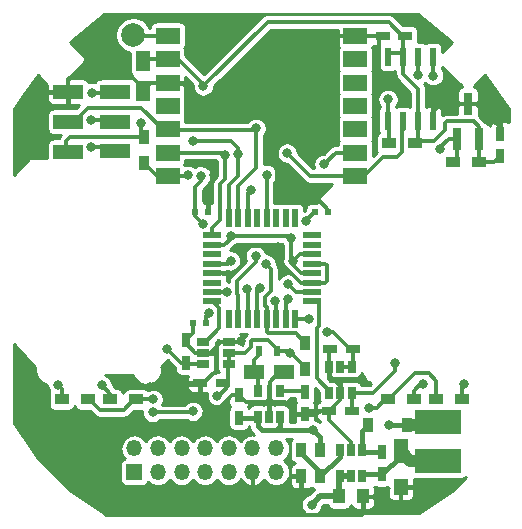
<source format=gtl>
G04 #@! TF.GenerationSoftware,KiCad,Pcbnew,no-vcs-found-6cefb68~58~ubuntu16.04.1*
G04 #@! TF.CreationDate,2017-05-09T11:31:50+03:00*
G04 #@! TF.ProjectId,livolo_2_channels_1way_eu_switch,6C69766F6C6F5F325F6368616E6E656C,rev?*
G04 #@! TF.FileFunction,Copper,L1,Top,Signal*
G04 #@! TF.FilePolarity,Positive*
%FSLAX46Y46*%
G04 Gerber Fmt 4.6, Leading zero omitted, Abs format (unit mm)*
G04 Created by KiCad (PCBNEW no-vcs-found-6cefb68~58~ubuntu16.04.1) date Tue May  9 11:31:50 2017*
%MOMM*%
%LPD*%
G01*
G04 APERTURE LIST*
%ADD10C,0.100000*%
%ADD11R,1.000000X1.250000*%
%ADD12R,4.000000X2.000000*%
%ADD13R,1.200000X2.000000*%
%ADD14R,1.200000X1.400000*%
%ADD15R,0.900000X1.200000*%
%ADD16R,0.650000X1.060000*%
%ADD17R,2.500000X1.270000*%
%ADD18R,1.750000X1.260000*%
%ADD19R,1.200000X0.900000*%
%ADD20R,1.200000X0.750000*%
%ADD21R,0.600000X0.500000*%
%ADD22R,0.750000X1.200000*%
%ADD23R,0.550000X1.600000*%
%ADD24R,1.600000X0.550000*%
%ADD25C,1.998980*%
%ADD26R,1.060000X0.650000*%
%ADD27R,1.998980X1.399540*%
%ADD28R,0.600000X1.550000*%
%ADD29R,0.800000X1.900000*%
%ADD30R,0.500000X0.900000*%
%ADD31R,1.260000X1.750000*%
%ADD32O,1.350000X1.350000*%
%ADD33R,1.350000X1.350000*%
%ADD34C,0.800000*%
%ADD35C,0.300000*%
%ADD36C,0.450000*%
%ADD37C,1.000000*%
%ADD38C,0.800000*%
%ADD39C,0.500000*%
%ADD40C,0.254000*%
G04 APERTURE END LIST*
D10*
D11*
X149000000Y-111600000D03*
X151000000Y-111600000D03*
D12*
X157400000Y-105350000D03*
X157400000Y-108600000D03*
D13*
X154200000Y-107800000D03*
D14*
X154200000Y-110800000D03*
D15*
X145800000Y-107700000D03*
X145800000Y-109900000D03*
D16*
X150000000Y-109900000D03*
X150950000Y-109900000D03*
X149050000Y-109900000D03*
X149050000Y-107700000D03*
X150000000Y-107700000D03*
X150950000Y-107700000D03*
D17*
X126050000Y-82440000D03*
X126050000Y-79900000D03*
X126050000Y-77360000D03*
X130050000Y-77360000D03*
X130050000Y-79900000D03*
X130050000Y-82400000D03*
D18*
X141775000Y-101092000D03*
X144325000Y-101092000D03*
D19*
X160866000Y-83312000D03*
X158666000Y-83312000D03*
D20*
X152675000Y-72600000D03*
X154575000Y-72600000D03*
D21*
X136600000Y-96900000D03*
X137700000Y-96900000D03*
X137900000Y-87500000D03*
X136800000Y-87500000D03*
X146950000Y-87500000D03*
X148050000Y-87500000D03*
D22*
X140500000Y-104950000D03*
X140500000Y-103050000D03*
X146100000Y-104650000D03*
X146100000Y-102750000D03*
X152600000Y-109750000D03*
X152600000Y-107850000D03*
D20*
X150050000Y-104400000D03*
X148150000Y-104400000D03*
D22*
X136000000Y-100300000D03*
X136000000Y-98400000D03*
D20*
X148250000Y-99100000D03*
X150150000Y-99100000D03*
X137250000Y-102000000D03*
X139150000Y-102000000D03*
D15*
X154750000Y-105600000D03*
X151450000Y-105600000D03*
D23*
X145250000Y-96550000D03*
X144450000Y-96550000D03*
X143650000Y-96550000D03*
X142850000Y-96550000D03*
X142050000Y-96550000D03*
X141250000Y-96550000D03*
X140450000Y-96550000D03*
X139650000Y-96550000D03*
D24*
X138200000Y-95100000D03*
X138200000Y-94300000D03*
X138200000Y-93500000D03*
X138200000Y-92700000D03*
X138200000Y-91900000D03*
X138200000Y-91100000D03*
X138200000Y-90300000D03*
X138200000Y-89500000D03*
D23*
X139650000Y-88050000D03*
X140450000Y-88050000D03*
X141250000Y-88050000D03*
X142050000Y-88050000D03*
X142850000Y-88050000D03*
X143650000Y-88050000D03*
X144450000Y-88050000D03*
X145250000Y-88050000D03*
D24*
X146700000Y-89500000D03*
X146700000Y-90300000D03*
X146700000Y-91100000D03*
X146700000Y-91900000D03*
X146700000Y-92700000D03*
X146700000Y-93500000D03*
X146700000Y-94300000D03*
X146700000Y-95100000D03*
D25*
X131550000Y-72550000D03*
D15*
X147400000Y-109900000D03*
X147400000Y-107700000D03*
X146100000Y-100800000D03*
X146100000Y-98600000D03*
X132500000Y-81200000D03*
X132500000Y-83400000D03*
D19*
X155300000Y-103400000D03*
X153100000Y-103400000D03*
X157200000Y-103400000D03*
X159400000Y-103400000D03*
X129600000Y-103400000D03*
X131800000Y-103400000D03*
X127700000Y-103400000D03*
X125500000Y-103400000D03*
D16*
X142100000Y-102650000D03*
X144000000Y-102650000D03*
X144000000Y-104850000D03*
X143050000Y-104850000D03*
X142100000Y-104850000D03*
X149100000Y-100650000D03*
X148150000Y-100650000D03*
X150050000Y-100650000D03*
X150050000Y-102850000D03*
X149100000Y-102850000D03*
X148150000Y-102850000D03*
D26*
X137500000Y-98500000D03*
X137500000Y-99450000D03*
X137500000Y-100400000D03*
X139700000Y-100400000D03*
X139700000Y-98500000D03*
X139700000Y-99450000D03*
D27*
X134499800Y-72598780D03*
X134471860Y-74600300D03*
X134471860Y-76599280D03*
X134471860Y-78550000D03*
X134471860Y-80500720D03*
X134471860Y-82499700D03*
X134471860Y-84501220D03*
X150372260Y-84501220D03*
X150372260Y-82499700D03*
X150372260Y-80500720D03*
X150372260Y-78550000D03*
X150372260Y-76599280D03*
X150372260Y-74600300D03*
X150372260Y-72598780D03*
D22*
X162600000Y-82800000D03*
X162600000Y-80900000D03*
D19*
X153200000Y-81700000D03*
X155400000Y-81700000D03*
D28*
X153120000Y-74400000D03*
X154390000Y-74400000D03*
X155660000Y-74400000D03*
X156930000Y-74400000D03*
X156930000Y-79800000D03*
X155660000Y-79800000D03*
X154390000Y-79800000D03*
X153120000Y-79800000D03*
D29*
X159900000Y-78350000D03*
X160850000Y-81350000D03*
X158950000Y-81350000D03*
D30*
X142200000Y-99300000D03*
X143700000Y-99300000D03*
D31*
X132400000Y-77275000D03*
X132400000Y-74725000D03*
D32*
X143650000Y-107550000D03*
X143650000Y-109550000D03*
X141650000Y-107550000D03*
X141650000Y-109550000D03*
X139650000Y-107550000D03*
X139650000Y-109550000D03*
X137650000Y-107550000D03*
X137650000Y-109550000D03*
X135650000Y-107550000D03*
X135650000Y-109550000D03*
X133650000Y-107550000D03*
X133650000Y-109550000D03*
X131650000Y-107550000D03*
D33*
X131650000Y-109550000D03*
D34*
X145092551Y-91657449D03*
X148000000Y-97700000D03*
X138671485Y-103086161D03*
X144800000Y-99500000D03*
X136600000Y-104400000D03*
X133200000Y-104500000D03*
X132247340Y-79958848D03*
X146225009Y-88306238D03*
X144900000Y-89700000D03*
X137317018Y-84464922D03*
X137499998Y-76850000D03*
X139800000Y-89550002D03*
X137450000Y-88524998D03*
X150891952Y-101651983D03*
X140653020Y-98418270D03*
X133014549Y-102315473D03*
X138416234Y-84423097D03*
X154700002Y-77875000D03*
X156974998Y-77900000D03*
X138432929Y-78572282D03*
X143992417Y-86553252D03*
X143802464Y-90525717D03*
X137974356Y-96075004D03*
X139800000Y-91667529D03*
X146800000Y-106000000D03*
X153200000Y-105600000D03*
X142799990Y-91945222D03*
X128050002Y-77425000D03*
X146650010Y-112300000D03*
X153700000Y-100300000D03*
X134400000Y-99100000D03*
X136625002Y-81475000D03*
X140444049Y-82657764D03*
X144575010Y-82550000D03*
X128000012Y-82050010D03*
X139345788Y-82719813D03*
X155700000Y-75925000D03*
X128000014Y-79725000D03*
X156975000Y-75975002D03*
X141950000Y-80450000D03*
X128900000Y-102200000D03*
X125194336Y-102172950D03*
X159591524Y-102115136D03*
X156099966Y-102100000D03*
X146449990Y-96603597D03*
X147700000Y-83500000D03*
X133235174Y-103400550D03*
X139464930Y-94299484D03*
X144665450Y-93634550D03*
X151500000Y-104100000D03*
X144674574Y-94923329D03*
X142261849Y-93951529D03*
X143586763Y-95086716D03*
X141164942Y-94034130D03*
X157566229Y-82183121D03*
X141918510Y-91228448D03*
X136200000Y-84425000D03*
X141500002Y-85650000D03*
X142874990Y-84375000D03*
X153125000Y-78000000D03*
D35*
X146700000Y-91100000D02*
X145650000Y-91100000D01*
X145650000Y-91100000D02*
X145092551Y-91657449D01*
X144900000Y-89700000D02*
X144900000Y-91464898D01*
X144900000Y-91464898D02*
X145092551Y-91657449D01*
X145092551Y-92011004D02*
X145092551Y-91657449D01*
X145781547Y-92700000D02*
X145092551Y-92011004D01*
X146700000Y-92700000D02*
X145781547Y-92700000D01*
X150150000Y-99100000D02*
X150150000Y-100550000D01*
X150150000Y-100550000D02*
X150050000Y-100650000D01*
X149900000Y-99100000D02*
X148500000Y-97700000D01*
X148500000Y-97700000D02*
X148000000Y-97700000D01*
X138671485Y-103086161D02*
X138813839Y-103086161D01*
X138813839Y-103086161D02*
X139600000Y-102300000D01*
X139600000Y-102300000D02*
X139600000Y-100500000D01*
X139600000Y-100500000D02*
X139700000Y-100400000D01*
X144950000Y-99500000D02*
X144800000Y-99500000D01*
X144600000Y-99300000D02*
X144800000Y-99500000D01*
X146100000Y-100650000D02*
X144950000Y-99500000D01*
X143700000Y-99300000D02*
X144600000Y-99300000D01*
X146100000Y-100800000D02*
X146100000Y-100650000D01*
X139700000Y-99450000D02*
X141007185Y-99450000D01*
X141007185Y-99450000D02*
X141499999Y-98957186D01*
X141499999Y-98489999D02*
X141589999Y-98399999D01*
X142999999Y-98399999D02*
X143700000Y-99100000D01*
X141499999Y-98957186D02*
X141499999Y-98489999D01*
X141589999Y-98399999D02*
X142999999Y-98399999D01*
X143700000Y-99100000D02*
X143700000Y-99300000D01*
X133200000Y-104500000D02*
X136500000Y-104500000D01*
X136500000Y-104500000D02*
X136600000Y-104400000D01*
X132247340Y-79958848D02*
X132247340Y-80947340D01*
X132247340Y-80947340D02*
X132500000Y-81200000D01*
X134471860Y-74600300D02*
X132524700Y-74600300D01*
X132524700Y-74600300D02*
X132400000Y-74725000D01*
X126050000Y-82440000D02*
X125435000Y-82440000D01*
X155400000Y-81700000D02*
X155400000Y-81582000D01*
X155400000Y-81582000D02*
X155448000Y-81534000D01*
X155448000Y-81534000D02*
X157017449Y-81534000D01*
X160850000Y-80332000D02*
X160850000Y-81350000D01*
X157017449Y-81534000D02*
X157988000Y-80563449D01*
X157988000Y-80563449D02*
X157988000Y-80010000D01*
X157988000Y-80010000D02*
X158148000Y-79850000D01*
X158148000Y-79850000D02*
X160368000Y-79850000D01*
X160368000Y-79850000D02*
X160850000Y-80332000D01*
X150050000Y-100650000D02*
X150050000Y-100855000D01*
X136800000Y-87500000D02*
X136800000Y-85390476D01*
X136800000Y-87500000D02*
X136800000Y-87875000D01*
X136800000Y-87875000D02*
X137325002Y-88400000D01*
X146225009Y-88306238D02*
X146225009Y-88224991D01*
X146225009Y-88224991D02*
X146950000Y-87500000D01*
X144900000Y-89700000D02*
X144750002Y-89550002D01*
X137317018Y-84873458D02*
X137317018Y-84464922D01*
X136800000Y-85390476D02*
X137317018Y-84873458D01*
X137325002Y-88400000D02*
X137450000Y-88524998D01*
X139800000Y-89550002D02*
X139800000Y-89775000D01*
X139800000Y-89775000D02*
X139275000Y-90300000D01*
X139275000Y-90300000D02*
X138200000Y-90300000D01*
X137499998Y-76850000D02*
X137500000Y-76850000D01*
X137500000Y-76850000D02*
X142925001Y-71424999D01*
X142925001Y-71424999D02*
X153174999Y-71424999D01*
X153174999Y-71424999D02*
X154350000Y-72600000D01*
X154350000Y-72600000D02*
X154575000Y-72600000D01*
X137499998Y-76850000D02*
X137499998Y-76724998D01*
X137499998Y-76724998D02*
X135375000Y-74600000D01*
X135374700Y-74600300D02*
X134471860Y-74600300D01*
X135375000Y-74600000D02*
X135374700Y-74600300D01*
X160866000Y-83312000D02*
X160866000Y-81366000D01*
X160866000Y-81366000D02*
X160850000Y-81350000D01*
X160866000Y-83312000D02*
X162088000Y-83312000D01*
X162088000Y-83312000D02*
X162600000Y-82800000D01*
X154390000Y-74400000D02*
X154390000Y-72785000D01*
X154390000Y-72785000D02*
X154575000Y-72600000D01*
X125285000Y-82440000D02*
X125900000Y-82440000D01*
X125900000Y-82440000D02*
X125900000Y-81505000D01*
X125900000Y-81505000D02*
X126205000Y-81200000D01*
X126205000Y-81200000D02*
X132500000Y-81200000D01*
X144750002Y-89550002D02*
X139800000Y-89550002D01*
X155400000Y-81700000D02*
X155700000Y-81400000D01*
X155700000Y-81400000D02*
X155700000Y-79515000D01*
X155700000Y-79515000D02*
X155685000Y-79500000D01*
X155685000Y-77143002D02*
X154415000Y-75873002D01*
X154415000Y-75873002D02*
X154415000Y-74100000D01*
X155685000Y-79500000D02*
X155685000Y-77143002D01*
X153145000Y-74100000D02*
X154415000Y-74100000D01*
X146100000Y-100800000D02*
X146100000Y-100950000D01*
X150050000Y-100650000D02*
X149100000Y-100650000D01*
X139700000Y-100400000D02*
X139700000Y-99450000D01*
X143802464Y-91569459D02*
X145733005Y-93500000D01*
X145733005Y-93500000D02*
X146700000Y-93500000D01*
X143802464Y-90525717D02*
X143802464Y-91569459D01*
X148150000Y-100650000D02*
X148150000Y-99200000D01*
X148150000Y-99200000D02*
X148250000Y-99100000D01*
X140500000Y-103050000D02*
X139950000Y-103050000D01*
X139950000Y-103050000D02*
X138700000Y-104300000D01*
X138700000Y-104300000D02*
X138200000Y-104300000D01*
X138200000Y-104300000D02*
X137250000Y-103350000D01*
X137250000Y-103350000D02*
X137250000Y-102000000D01*
X137250000Y-102000000D02*
X137475000Y-102000000D01*
X137475000Y-102000000D02*
X138525000Y-100950000D01*
X138525000Y-100950000D02*
X138525000Y-99000000D01*
X133130022Y-102200000D02*
X137150000Y-102200000D01*
X148150000Y-101325000D02*
X148150000Y-100650000D01*
X142150000Y-103630001D02*
X141080001Y-103630001D01*
X141080001Y-103630001D02*
X140500000Y-103050000D01*
X138075000Y-99450000D02*
X138525000Y-99000000D01*
X138525000Y-99000000D02*
X139025000Y-98500000D01*
X136600000Y-96900000D02*
X136600000Y-97800000D01*
X136600000Y-97800000D02*
X136000000Y-98400000D01*
X137500000Y-99450000D02*
X136825000Y-99450000D01*
X136000000Y-98625000D02*
X136000000Y-98400000D01*
X136825000Y-99450000D02*
X136000000Y-98625000D01*
X150000000Y-107700000D02*
X150000000Y-107000000D01*
X150000000Y-107000000D02*
X148150000Y-105150000D01*
X148150000Y-105150000D02*
X148150000Y-104400000D01*
X149100000Y-102850000D02*
X149100000Y-103450000D01*
X149100000Y-103450000D02*
X148150000Y-104400000D01*
X148150000Y-104400000D02*
X146350000Y-104400000D01*
X146350000Y-104400000D02*
X146100000Y-104650000D01*
X145800000Y-113150001D02*
X129250001Y-113150001D01*
X129250001Y-113150001D02*
X129149999Y-113049999D01*
X129149999Y-113049999D02*
X129149999Y-108295392D01*
X129149999Y-108295392D02*
X132095390Y-105350001D01*
X150949999Y-113150001D02*
X145800000Y-113150001D01*
X145800000Y-109900000D02*
X145800000Y-113150001D01*
X151000000Y-111600000D02*
X151000000Y-113100000D01*
X151000000Y-113100000D02*
X150949999Y-113150001D01*
X143030001Y-103630001D02*
X143100000Y-103560002D01*
X143100000Y-103560002D02*
X143100000Y-101884998D01*
X143100000Y-101884998D02*
X143892998Y-101092000D01*
X143892998Y-101092000D02*
X144325000Y-101092000D01*
X149100000Y-102275000D02*
X148425000Y-101600000D01*
X148425000Y-101600000D02*
X148150000Y-101325000D01*
X150891952Y-101651983D02*
X148476983Y-101651983D01*
X148476983Y-101651983D02*
X148425000Y-101600000D01*
X140571290Y-98500000D02*
X140653020Y-98418270D01*
X139700000Y-98500000D02*
X140571290Y-98500000D01*
X126100000Y-76200000D02*
X126050000Y-76250000D01*
X126050000Y-76250000D02*
X126050000Y-77360000D01*
X131570000Y-76200000D02*
X126100000Y-76200000D01*
X132400000Y-77030000D02*
X131570000Y-76200000D01*
X133130022Y-102200000D02*
X133014549Y-102315473D01*
X132400000Y-77275000D02*
X132400000Y-77030000D01*
X126665000Y-77360000D02*
X126050000Y-77360000D01*
X134471860Y-76599280D02*
X133075720Y-76599280D01*
X133075720Y-76599280D02*
X132400000Y-77275000D01*
X125900000Y-77360000D02*
X126515000Y-77360000D01*
X144405001Y-103630001D02*
X142150000Y-103630001D01*
X137500000Y-99450000D02*
X138075000Y-99450000D01*
X139025000Y-98500000D02*
X139700000Y-98500000D01*
X149100000Y-102850000D02*
X149100000Y-102275000D01*
X143725000Y-77996550D02*
X143725000Y-86285835D01*
X143700000Y-77971550D02*
X143725000Y-77996550D01*
X143725000Y-86285835D02*
X143992417Y-86553252D01*
X148050000Y-87500000D02*
X148050000Y-87350000D01*
X148050000Y-87350000D02*
X147253252Y-86553252D01*
X147253252Y-86553252D02*
X143992417Y-86553252D01*
X138297618Y-84541713D02*
X138416234Y-84423097D01*
X137063546Y-77971550D02*
X138425000Y-77971550D01*
X138425000Y-77971550D02*
X143700000Y-77971550D01*
X138432929Y-78572282D02*
X138432929Y-77979479D01*
X138432929Y-77979479D02*
X138425000Y-77971550D01*
X152369999Y-75544997D02*
X154700002Y-77875000D01*
X152369999Y-72905001D02*
X152369999Y-75544997D01*
X152675000Y-72600000D02*
X152369999Y-72905001D01*
X157424998Y-78350000D02*
X156974998Y-77900000D01*
X157630000Y-78350000D02*
X157424998Y-78350000D01*
X150372260Y-72598780D02*
X152673780Y-72598780D01*
X152673780Y-72598780D02*
X152675000Y-72600000D01*
X147950001Y-92050001D02*
X147950001Y-93349999D01*
X147950001Y-93349999D02*
X147800000Y-93500000D01*
X146700000Y-93500000D02*
X147800000Y-93500000D01*
X147800000Y-91900000D02*
X147950001Y-92050001D01*
X146700000Y-91900000D02*
X147800000Y-91900000D01*
X138200000Y-92700000D02*
X140053139Y-92700000D01*
X140053139Y-92700000D02*
X140925000Y-91828139D01*
X140925000Y-91828139D02*
X140925000Y-90963954D01*
X140925000Y-90963954D02*
X141513954Y-90375000D01*
X143750717Y-90525717D02*
X143802464Y-90525717D01*
X141513954Y-90375000D02*
X143600000Y-90375000D01*
X143600000Y-90375000D02*
X143750717Y-90525717D01*
X135691276Y-76599280D02*
X137063546Y-77971550D01*
X134471860Y-76599280D02*
X135691276Y-76599280D01*
X146700000Y-93500000D02*
X146633174Y-93433174D01*
X159900000Y-78350000D02*
X157630000Y-78350000D01*
X156955000Y-79025000D02*
X156955000Y-79500000D01*
X157630000Y-78350000D02*
X156955000Y-79025000D01*
X162600000Y-80900000D02*
X162600000Y-80350000D01*
X162600000Y-80350000D02*
X160600000Y-78350000D01*
X160600000Y-78350000D02*
X159900000Y-78350000D01*
X150721040Y-72250000D02*
X150372260Y-72598780D01*
X150372260Y-72598780D02*
X149072770Y-72598780D01*
X149072770Y-72598780D02*
X143700000Y-77971550D01*
X143050000Y-104850000D02*
X143050000Y-103650000D01*
X143050000Y-103650000D02*
X143030001Y-103630001D01*
X143030001Y-103630001D02*
X142150000Y-103630001D01*
X146200000Y-104750000D02*
X146100000Y-104650000D01*
X146100000Y-104650000D02*
X145425000Y-104650000D01*
X145425000Y-104650000D02*
X144405001Y-103630001D01*
X139750000Y-98550000D02*
X139700000Y-98500000D01*
X137700000Y-96900000D02*
X137700000Y-96349360D01*
X137700000Y-96349360D02*
X137974356Y-96075004D01*
X139567529Y-91900000D02*
X139800000Y-91667529D01*
X138200000Y-91900000D02*
X139567529Y-91900000D01*
X144000000Y-102650000D02*
X146000000Y-102650000D01*
X146000000Y-102650000D02*
X146100000Y-102750000D01*
D36*
X140500000Y-104950000D02*
X142000000Y-104950000D01*
X142000000Y-104950000D02*
X142100000Y-104850000D01*
D37*
X154750000Y-105600000D02*
X157150000Y-105600000D01*
D38*
X157150000Y-105600000D02*
X157400000Y-105350000D01*
D36*
X147400000Y-107700000D02*
X147400000Y-106600000D01*
X147400000Y-106600000D02*
X146800000Y-106000000D01*
X146800000Y-106000000D02*
X146775000Y-106025000D01*
X146775000Y-106025000D02*
X143655000Y-106025000D01*
X154850000Y-105600000D02*
X153200000Y-105600000D01*
X144000000Y-104850000D02*
X144000000Y-105680000D01*
X144000000Y-105680000D02*
X143655000Y-106025000D01*
X143655000Y-106025000D02*
X142445000Y-106025000D01*
X142445000Y-106025000D02*
X142100000Y-105680000D01*
X142100000Y-105680000D02*
X142100000Y-104850000D01*
D35*
X143248544Y-97800001D02*
X145300001Y-97800001D01*
X142850000Y-96550000D02*
X142850000Y-97650000D01*
X142999988Y-97799988D02*
X143248531Y-97799988D01*
X143248531Y-97799988D02*
X143248544Y-97800001D01*
X142850000Y-97650000D02*
X142999988Y-97799988D01*
X145300001Y-97800001D02*
X146100000Y-98600000D01*
X142736761Y-94699822D02*
X143199989Y-94236594D01*
X142736761Y-95494718D02*
X142736761Y-94699822D01*
X143199989Y-92345221D02*
X142799990Y-91945222D01*
X143199989Y-94236594D02*
X143199989Y-92345221D01*
X142850000Y-96550000D02*
X142850000Y-95607957D01*
X142850000Y-95607957D02*
X142736761Y-95494718D01*
X129835000Y-77425000D02*
X128050002Y-77425000D01*
X129900000Y-77360000D02*
X129835000Y-77425000D01*
D36*
X152600000Y-109750000D02*
X154200000Y-108150000D01*
X154200000Y-108150000D02*
X154200000Y-107800000D01*
D37*
X157400000Y-108600000D02*
X155000000Y-108600000D01*
X155000000Y-108600000D02*
X154200000Y-107800000D01*
D36*
X152600000Y-109750000D02*
X151100000Y-109750000D01*
X151100000Y-109750000D02*
X150950000Y-109900000D01*
X152600000Y-107850000D02*
X151100000Y-107850000D01*
X151100000Y-107850000D02*
X150950000Y-107700000D01*
X150950000Y-107700000D02*
X150950000Y-106100000D01*
X150950000Y-106100000D02*
X151450000Y-105600000D01*
D39*
X149000000Y-111600000D02*
X147350010Y-111600000D01*
X147350010Y-111600000D02*
X146650010Y-112300000D01*
X131650000Y-107550000D02*
X131600000Y-107500000D01*
X149000000Y-111600000D02*
X149000000Y-109950000D01*
X149000000Y-109950000D02*
X149050000Y-109900000D01*
X150000000Y-109900000D02*
X149050000Y-109900000D01*
D35*
X150050000Y-104400000D02*
X150050000Y-102850000D01*
X150050000Y-102850000D02*
X151850000Y-102850000D01*
X151850000Y-102850000D02*
X153700000Y-101000000D01*
X153700000Y-101000000D02*
X153700000Y-100300000D01*
X136000000Y-100300000D02*
X135600000Y-100300000D01*
X135600000Y-100300000D02*
X134400000Y-99100000D01*
X137500000Y-100400000D02*
X136100000Y-100400000D01*
X136100000Y-100400000D02*
X136000000Y-100300000D01*
X154415000Y-79500000D02*
X154415000Y-80575000D01*
X154415000Y-80575000D02*
X154300000Y-80690000D01*
X154300000Y-80690000D02*
X154300000Y-82460002D01*
X154300000Y-82460002D02*
X153860002Y-82900000D01*
X153860002Y-82900000D02*
X152675000Y-82900000D01*
X152675000Y-82900000D02*
X151073780Y-84501220D01*
X151073780Y-84501220D02*
X150372260Y-84501220D01*
X139650000Y-85283349D02*
X140444049Y-84489300D01*
X140444049Y-84489300D02*
X140444049Y-82657764D01*
X139650000Y-88050000D02*
X139650000Y-85283349D01*
X139826970Y-81475000D02*
X136625002Y-81475000D01*
X140444049Y-82092079D02*
X139826970Y-81475000D01*
X140444049Y-82657764D02*
X140444049Y-82092079D01*
X146526230Y-84501220D02*
X144575010Y-82550000D01*
X150372260Y-84501220D02*
X146526230Y-84501220D01*
X129550010Y-82050010D02*
X128000012Y-82050010D01*
X129900000Y-82400000D02*
X129550010Y-82050010D01*
X139345788Y-84739018D02*
X139345788Y-82719813D01*
X138200000Y-89500000D02*
X138200000Y-88925000D01*
X138200000Y-88925000D02*
X138900000Y-88225000D01*
X138900000Y-88225000D02*
X138900000Y-85184806D01*
X138900000Y-85184806D02*
X139345788Y-84739018D01*
X139125675Y-82499700D02*
X139345788Y-82719813D01*
X134471860Y-82499700D02*
X139125675Y-82499700D01*
X155700000Y-74115000D02*
X155700000Y-75925000D01*
X155685000Y-74100000D02*
X155700000Y-74115000D01*
X129725000Y-79725000D02*
X128000014Y-79725000D01*
X129900000Y-79900000D02*
X129725000Y-79725000D01*
X134050950Y-80500720D02*
X134471860Y-80500720D01*
X127714999Y-78700001D02*
X132250231Y-78700001D01*
X126515000Y-79900000D02*
X127714999Y-78700001D01*
X125900000Y-79900000D02*
X126515000Y-79900000D01*
X132250231Y-78700001D02*
X134050950Y-80500720D01*
X134521140Y-80550000D02*
X141850000Y-80550000D01*
X141950000Y-83831892D02*
X141950000Y-80450000D01*
X140450000Y-88050000D02*
X140450000Y-85331892D01*
X140450000Y-85331892D02*
X141950000Y-83831892D01*
X156975000Y-74120000D02*
X156975000Y-75975002D01*
X156955000Y-74100000D02*
X156975000Y-74120000D01*
X134471860Y-80500720D02*
X134521140Y-80550000D01*
X141850000Y-80550000D02*
X141950000Y-80450000D01*
X129600000Y-103400000D02*
X129600000Y-102900000D01*
X129600000Y-102900000D02*
X128900000Y-102200000D01*
X125500000Y-103400000D02*
X125500000Y-102478614D01*
X125500000Y-102478614D02*
X125194336Y-102172950D01*
X159400000Y-103400000D02*
X159400000Y-102306660D01*
X159400000Y-102306660D02*
X159591524Y-102115136D01*
X155850000Y-102100000D02*
X156099966Y-102100000D01*
X155300000Y-103400000D02*
X155300000Y-102650000D01*
X155300000Y-102650000D02*
X155850000Y-102100000D01*
X145250000Y-96550000D02*
X146396393Y-96550000D01*
X146396393Y-96550000D02*
X146449990Y-96603597D01*
X148700300Y-82499700D02*
X147700000Y-83500000D01*
X150372260Y-82499700D02*
X148700300Y-82499700D01*
X137705000Y-98500000D02*
X137500000Y-98500000D01*
X138850002Y-97354998D02*
X137705000Y-98500000D01*
X138850002Y-95667010D02*
X138850002Y-97354998D01*
X138282992Y-95100000D02*
X138850002Y-95667010D01*
X138200000Y-95100000D02*
X138282992Y-95100000D01*
X133234624Y-103400000D02*
X133235174Y-103400550D01*
X131800000Y-103400000D02*
X133234624Y-103400000D01*
X139464414Y-94300000D02*
X139464930Y-94299484D01*
X138200000Y-94300000D02*
X139464414Y-94300000D01*
X127700000Y-103400000D02*
X127850000Y-103400000D01*
X127850000Y-103400000D02*
X128750001Y-104300001D01*
X131650000Y-103400000D02*
X131800000Y-103400000D01*
X128750001Y-104300001D02*
X130749999Y-104300001D01*
X130749999Y-104300001D02*
X131650000Y-103400000D01*
X146700000Y-95100000D02*
X147225000Y-95100000D01*
X147225000Y-95100000D02*
X147300000Y-95175000D01*
X147300000Y-95175000D02*
X147300000Y-97141998D01*
X148150000Y-102645000D02*
X148150000Y-102850000D01*
X147300000Y-97141998D02*
X147100000Y-97341998D01*
X147100000Y-97341998D02*
X147100000Y-101595000D01*
X147100000Y-101595000D02*
X148150000Y-102645000D01*
X153100000Y-103400000D02*
X152900000Y-103400000D01*
X152900000Y-103400000D02*
X152200000Y-104100000D01*
X152200000Y-104100000D02*
X151500000Y-104100000D01*
X157200000Y-103400000D02*
X157200000Y-101800000D01*
X157200000Y-101800000D02*
X156600000Y-101200000D01*
X156600000Y-101200000D02*
X155450000Y-101200000D01*
X155450000Y-101200000D02*
X153250000Y-103400000D01*
X153250000Y-103400000D02*
X153100000Y-103400000D01*
X146700000Y-94300000D02*
X145330900Y-94300000D01*
X145330900Y-94300000D02*
X144665450Y-93634550D01*
X134499800Y-72598780D02*
X131598780Y-72598780D01*
X131598780Y-72598780D02*
X131550000Y-72550000D01*
D36*
X147400000Y-109900000D02*
X147400000Y-109504998D01*
X147400000Y-109504998D02*
X145800000Y-107904998D01*
X145800000Y-107904998D02*
X145800000Y-107700000D01*
X149050000Y-107700000D02*
X149050000Y-108250000D01*
X149050000Y-108250000D02*
X147400000Y-109900000D01*
D35*
X149050000Y-107905000D02*
X149050000Y-107700000D01*
X144450000Y-96550000D02*
X144450000Y-95147903D01*
X144450000Y-95147903D02*
X144674574Y-94923329D01*
X142050000Y-96550000D02*
X142050000Y-94163378D01*
X142050000Y-94163378D02*
X142261849Y-93951529D01*
X143650000Y-96550000D02*
X143650000Y-95149953D01*
X143650000Y-95149953D02*
X143586763Y-95086716D01*
X141250000Y-96550000D02*
X141250000Y-94119188D01*
X141250000Y-94119188D02*
X141164942Y-94034130D01*
X141918510Y-91794133D02*
X141918510Y-91228448D01*
X140314940Y-94442132D02*
X140314940Y-93397703D01*
X140450000Y-96550000D02*
X140450000Y-94577192D01*
X140314940Y-93397703D02*
X141918510Y-91794133D01*
X140450000Y-94577192D02*
X140314940Y-94442132D01*
X158950000Y-81350000D02*
X158950000Y-83028000D01*
X158950000Y-83028000D02*
X158666000Y-83312000D01*
X159004000Y-81404000D02*
X158950000Y-81350000D01*
X158950000Y-81350000D02*
X158250000Y-81350000D01*
X158250000Y-81350000D02*
X157566229Y-82033771D01*
X157566229Y-82033771D02*
X157566229Y-82183121D01*
X136123780Y-84501220D02*
X136200000Y-84425000D01*
X134471860Y-84501220D02*
X136123780Y-84501220D01*
X141250000Y-88050000D02*
X141250000Y-85900002D01*
X141250000Y-85900002D02*
X141500002Y-85650000D01*
X134471860Y-84501220D02*
X133601220Y-84501220D01*
X133601220Y-84501220D02*
X132500000Y-83400000D01*
X142850000Y-84399990D02*
X142874990Y-84375000D01*
X142850000Y-88050000D02*
X142850000Y-84399990D01*
X153125000Y-78000000D02*
X153125000Y-79795000D01*
X153125000Y-79795000D02*
X153120000Y-79800000D01*
X153200000Y-81700000D02*
X153200000Y-79880000D01*
X153200000Y-79880000D02*
X153120000Y-79800000D01*
X141775000Y-101092000D02*
X141775000Y-100057000D01*
X141775000Y-100057000D02*
X142264000Y-99568000D01*
X142100000Y-102650000D02*
X142100000Y-101417000D01*
X142100000Y-101417000D02*
X141775000Y-101092000D01*
D40*
G36*
X158545812Y-111169422D02*
X155729892Y-113044320D01*
X147169934Y-113044320D01*
X147211117Y-113018184D01*
X147339927Y-112895520D01*
X147442458Y-112750173D01*
X147514805Y-112587679D01*
X147538887Y-112481683D01*
X147663569Y-112357000D01*
X148010228Y-112357000D01*
X148029327Y-112419959D01*
X148076405Y-112508037D01*
X148139762Y-112585238D01*
X148216963Y-112648595D01*
X148305041Y-112695673D01*
X148400611Y-112724664D01*
X148500000Y-112734453D01*
X149500000Y-112734453D01*
X149599389Y-112724664D01*
X149694959Y-112695673D01*
X149783037Y-112648595D01*
X149860238Y-112585238D01*
X149923595Y-112508037D01*
X149970673Y-112419959D01*
X149999664Y-112324389D01*
X150000715Y-112313720D01*
X150012484Y-112372887D01*
X150050703Y-112465155D01*
X150106187Y-112548194D01*
X150176806Y-112618813D01*
X150259846Y-112674298D01*
X150352114Y-112712516D01*
X150450065Y-112732000D01*
X150810250Y-112732000D01*
X150937000Y-112605250D01*
X150937000Y-111663000D01*
X151063000Y-111663000D01*
X151063000Y-112605250D01*
X151189750Y-112732000D01*
X151549935Y-112732000D01*
X151647886Y-112712516D01*
X151740154Y-112674298D01*
X151823194Y-112618813D01*
X151893813Y-112548194D01*
X151949297Y-112465155D01*
X151987516Y-112372887D01*
X152007000Y-112274935D01*
X152007000Y-111789750D01*
X151880250Y-111663000D01*
X151063000Y-111663000D01*
X150937000Y-111663000D01*
X150917000Y-111663000D01*
X150917000Y-111537000D01*
X150937000Y-111537000D01*
X150937000Y-111517000D01*
X151063000Y-111517000D01*
X151063000Y-111537000D01*
X151880250Y-111537000D01*
X152007000Y-111410250D01*
X152007000Y-110925065D01*
X151987516Y-110827113D01*
X151971998Y-110789649D01*
X152030041Y-110820673D01*
X152125611Y-110849664D01*
X152225000Y-110859453D01*
X152975000Y-110859453D01*
X153074389Y-110849664D01*
X153093000Y-110844018D01*
X153093000Y-110863002D01*
X153219748Y-110863002D01*
X153093000Y-110989750D01*
X153093000Y-111549935D01*
X153112484Y-111647886D01*
X153150702Y-111740154D01*
X153206187Y-111823194D01*
X153276806Y-111893813D01*
X153359845Y-111949297D01*
X153452113Y-111987516D01*
X153550065Y-112007000D01*
X154010250Y-112007000D01*
X154137000Y-111880250D01*
X154137000Y-110863000D01*
X154263000Y-110863000D01*
X154263000Y-111880250D01*
X154389750Y-112007000D01*
X154849935Y-112007000D01*
X154947887Y-111987516D01*
X155040155Y-111949297D01*
X155123194Y-111893813D01*
X155193813Y-111823194D01*
X155249298Y-111740154D01*
X155287516Y-111647886D01*
X155307000Y-111549935D01*
X155307000Y-110989750D01*
X155180250Y-110863000D01*
X154263000Y-110863000D01*
X154137000Y-110863000D01*
X154117000Y-110863000D01*
X154117000Y-110737000D01*
X154137000Y-110737000D01*
X154137000Y-110717000D01*
X154263000Y-110717000D01*
X154263000Y-110737000D01*
X155180250Y-110737000D01*
X155307000Y-110610250D01*
X155307000Y-110100293D01*
X155400000Y-110109453D01*
X159400000Y-110109453D01*
X159499389Y-110099664D01*
X159594959Y-110070673D01*
X159683037Y-110023595D01*
X159726113Y-109988243D01*
X158545812Y-111169422D01*
X158545812Y-111169422D01*
G37*
X158545812Y-111169422D02*
X155729892Y-113044320D01*
X147169934Y-113044320D01*
X147211117Y-113018184D01*
X147339927Y-112895520D01*
X147442458Y-112750173D01*
X147514805Y-112587679D01*
X147538887Y-112481683D01*
X147663569Y-112357000D01*
X148010228Y-112357000D01*
X148029327Y-112419959D01*
X148076405Y-112508037D01*
X148139762Y-112585238D01*
X148216963Y-112648595D01*
X148305041Y-112695673D01*
X148400611Y-112724664D01*
X148500000Y-112734453D01*
X149500000Y-112734453D01*
X149599389Y-112724664D01*
X149694959Y-112695673D01*
X149783037Y-112648595D01*
X149860238Y-112585238D01*
X149923595Y-112508037D01*
X149970673Y-112419959D01*
X149999664Y-112324389D01*
X150000715Y-112313720D01*
X150012484Y-112372887D01*
X150050703Y-112465155D01*
X150106187Y-112548194D01*
X150176806Y-112618813D01*
X150259846Y-112674298D01*
X150352114Y-112712516D01*
X150450065Y-112732000D01*
X150810250Y-112732000D01*
X150937000Y-112605250D01*
X150937000Y-111663000D01*
X151063000Y-111663000D01*
X151063000Y-112605250D01*
X151189750Y-112732000D01*
X151549935Y-112732000D01*
X151647886Y-112712516D01*
X151740154Y-112674298D01*
X151823194Y-112618813D01*
X151893813Y-112548194D01*
X151949297Y-112465155D01*
X151987516Y-112372887D01*
X152007000Y-112274935D01*
X152007000Y-111789750D01*
X151880250Y-111663000D01*
X151063000Y-111663000D01*
X150937000Y-111663000D01*
X150917000Y-111663000D01*
X150917000Y-111537000D01*
X150937000Y-111537000D01*
X150937000Y-111517000D01*
X151063000Y-111517000D01*
X151063000Y-111537000D01*
X151880250Y-111537000D01*
X152007000Y-111410250D01*
X152007000Y-110925065D01*
X151987516Y-110827113D01*
X151971998Y-110789649D01*
X152030041Y-110820673D01*
X152125611Y-110849664D01*
X152225000Y-110859453D01*
X152975000Y-110859453D01*
X153074389Y-110849664D01*
X153093000Y-110844018D01*
X153093000Y-110863002D01*
X153219748Y-110863002D01*
X153093000Y-110989750D01*
X153093000Y-111549935D01*
X153112484Y-111647886D01*
X153150702Y-111740154D01*
X153206187Y-111823194D01*
X153276806Y-111893813D01*
X153359845Y-111949297D01*
X153452113Y-111987516D01*
X153550065Y-112007000D01*
X154010250Y-112007000D01*
X154137000Y-111880250D01*
X154137000Y-110863000D01*
X154263000Y-110863000D01*
X154263000Y-111880250D01*
X154389750Y-112007000D01*
X154849935Y-112007000D01*
X154947887Y-111987516D01*
X155040155Y-111949297D01*
X155123194Y-111893813D01*
X155193813Y-111823194D01*
X155249298Y-111740154D01*
X155287516Y-111647886D01*
X155307000Y-111549935D01*
X155307000Y-110989750D01*
X155180250Y-110863000D01*
X154263000Y-110863000D01*
X154137000Y-110863000D01*
X154117000Y-110863000D01*
X154117000Y-110737000D01*
X154137000Y-110737000D01*
X154137000Y-110717000D01*
X154263000Y-110717000D01*
X154263000Y-110737000D01*
X155180250Y-110737000D01*
X155307000Y-110610250D01*
X155307000Y-110100293D01*
X155400000Y-110109453D01*
X159400000Y-110109453D01*
X159499389Y-110099664D01*
X159594959Y-110070673D01*
X159683037Y-110023595D01*
X159726113Y-109988243D01*
X158545812Y-111169422D01*
G36*
X123259834Y-100688428D02*
X123244790Y-100759206D01*
X123241348Y-101005692D01*
X123285848Y-101248153D01*
X123376594Y-101477352D01*
X123510131Y-101684561D01*
X123681371Y-101861885D01*
X123883793Y-102002572D01*
X124109686Y-102101262D01*
X124287663Y-102140393D01*
X124286143Y-102249213D01*
X124318253Y-102424163D01*
X124383732Y-102589544D01*
X124457010Y-102703249D01*
X124429327Y-102755041D01*
X124400336Y-102850611D01*
X124390547Y-102950000D01*
X124390547Y-103850000D01*
X124400336Y-103949389D01*
X124429327Y-104044959D01*
X124476405Y-104133037D01*
X124539762Y-104210238D01*
X124616963Y-104273595D01*
X124705041Y-104320673D01*
X124800611Y-104349664D01*
X124900000Y-104359453D01*
X126100000Y-104359453D01*
X126199389Y-104349664D01*
X126294959Y-104320673D01*
X126383037Y-104273595D01*
X126460238Y-104210238D01*
X126523595Y-104133037D01*
X126570673Y-104044959D01*
X126599664Y-103949389D01*
X126600000Y-103945978D01*
X126600336Y-103949389D01*
X126629327Y-104044959D01*
X126676405Y-104133037D01*
X126739762Y-104210238D01*
X126816963Y-104273595D01*
X126905041Y-104320673D01*
X127000611Y-104349664D01*
X127100000Y-104359453D01*
X127880315Y-104359453D01*
X128285432Y-104764570D01*
X128332300Y-104803068D01*
X128378818Y-104842101D01*
X128381846Y-104843766D01*
X128384515Y-104845958D01*
X128437983Y-104874627D01*
X128491181Y-104903873D01*
X128494475Y-104904918D01*
X128497519Y-104906550D01*
X128555538Y-104924288D01*
X128613403Y-104942644D01*
X128616837Y-104943029D01*
X128620140Y-104944039D01*
X128680551Y-104950176D01*
X128740828Y-104956937D01*
X128747571Y-104956984D01*
X128747708Y-104956998D01*
X128747836Y-104956986D01*
X128750001Y-104957001D01*
X130749999Y-104957001D01*
X130810390Y-104951080D01*
X130870856Y-104945790D01*
X130874174Y-104944826D01*
X130877611Y-104944489D01*
X130935711Y-104926947D01*
X130993988Y-104910016D01*
X130997054Y-104908427D01*
X131000362Y-104907428D01*
X131053918Y-104878951D01*
X131107827Y-104851008D01*
X131110530Y-104848850D01*
X131113577Y-104847230D01*
X131160581Y-104808895D01*
X131208037Y-104771011D01*
X131212842Y-104766272D01*
X131212944Y-104766189D01*
X131213022Y-104766095D01*
X131214568Y-104764570D01*
X131619685Y-104359453D01*
X132302571Y-104359453D01*
X132294291Y-104398408D01*
X132291807Y-104576263D01*
X132323917Y-104751213D01*
X132389396Y-104916594D01*
X132485750Y-105066107D01*
X132609311Y-105194058D01*
X132755370Y-105295572D01*
X132918365Y-105366782D01*
X133092088Y-105404978D01*
X133269921Y-105408703D01*
X133445091Y-105377816D01*
X133610925Y-105313493D01*
X133761107Y-105218184D01*
X133825357Y-105157000D01*
X136099872Y-105157000D01*
X136155370Y-105195572D01*
X136318365Y-105266782D01*
X136492088Y-105304978D01*
X136669921Y-105308703D01*
X136845091Y-105277816D01*
X137010925Y-105213493D01*
X137161107Y-105118184D01*
X137289917Y-104995520D01*
X137392448Y-104850173D01*
X137464795Y-104687679D01*
X137504202Y-104514227D01*
X137507039Y-104311064D01*
X137472490Y-104136580D01*
X137404709Y-103972129D01*
X137306276Y-103823975D01*
X137180941Y-103697763D01*
X137033479Y-103598298D01*
X136869505Y-103529370D01*
X136695266Y-103493604D01*
X136517398Y-103492362D01*
X136342677Y-103525692D01*
X136177757Y-103592324D01*
X136028920Y-103689720D01*
X135901836Y-103814170D01*
X135882096Y-103843000D01*
X134031061Y-103843000D01*
X134099969Y-103688229D01*
X134139376Y-103514777D01*
X134142213Y-103311614D01*
X134107664Y-103137130D01*
X134039883Y-102972679D01*
X133941450Y-102824525D01*
X133816115Y-102698313D01*
X133668653Y-102598848D01*
X133504679Y-102529920D01*
X133330440Y-102494154D01*
X133152572Y-102492912D01*
X132977851Y-102526242D01*
X132812931Y-102592874D01*
X132780310Y-102614220D01*
X132760238Y-102589762D01*
X132683037Y-102526405D01*
X132594959Y-102479327D01*
X132499389Y-102450336D01*
X132400000Y-102440547D01*
X131200000Y-102440547D01*
X131100611Y-102450336D01*
X131005041Y-102479327D01*
X130916963Y-102526405D01*
X130839762Y-102589762D01*
X130776405Y-102666963D01*
X130729327Y-102755041D01*
X130700336Y-102850611D01*
X130700000Y-102854022D01*
X130699664Y-102850611D01*
X130670673Y-102755041D01*
X130623595Y-102666963D01*
X130560238Y-102589762D01*
X130483037Y-102526405D01*
X130394959Y-102479327D01*
X130299389Y-102450336D01*
X130200000Y-102440547D01*
X130069615Y-102440547D01*
X130066268Y-102437153D01*
X130066188Y-102437055D01*
X130066098Y-102436980D01*
X130064569Y-102435430D01*
X129818889Y-102189750D01*
X136143000Y-102189750D01*
X136143000Y-102424935D01*
X136162484Y-102522887D01*
X136200703Y-102615155D01*
X136256187Y-102698194D01*
X136326806Y-102768813D01*
X136409846Y-102824298D01*
X136502114Y-102862516D01*
X136600065Y-102882000D01*
X137060250Y-102882000D01*
X137187000Y-102755250D01*
X137187000Y-102063000D01*
X136269750Y-102063000D01*
X136143000Y-102189750D01*
X129818889Y-102189750D01*
X129806119Y-102176980D01*
X129807039Y-102111064D01*
X129772490Y-101936580D01*
X129704709Y-101772129D01*
X129606276Y-101623975D01*
X129480941Y-101497763D01*
X129333479Y-101398298D01*
X129169505Y-101329370D01*
X129157959Y-101327000D01*
X131517066Y-101327000D01*
X131576594Y-101477352D01*
X131710131Y-101684561D01*
X131881371Y-101861885D01*
X132083793Y-102002572D01*
X132309686Y-102101262D01*
X132550446Y-102154197D01*
X132796902Y-102159359D01*
X133039668Y-102116553D01*
X133269495Y-102027409D01*
X133477631Y-101895322D01*
X133656147Y-101725324D01*
X133798243Y-101523889D01*
X133898508Y-101298691D01*
X133953122Y-101058306D01*
X133957054Y-100776745D01*
X133937849Y-100679752D01*
X134464319Y-100093457D01*
X135115547Y-100744685D01*
X135115547Y-100900000D01*
X135125336Y-100999389D01*
X135154327Y-101094959D01*
X135201405Y-101183037D01*
X135264762Y-101260238D01*
X135341963Y-101323595D01*
X135430041Y-101370673D01*
X135525611Y-101399664D01*
X135625000Y-101409453D01*
X136190510Y-101409453D01*
X136162484Y-101477113D01*
X136143000Y-101575065D01*
X136143000Y-101810250D01*
X136269750Y-101937000D01*
X137187000Y-101937000D01*
X137187000Y-101917000D01*
X137313000Y-101917000D01*
X137313000Y-101937000D01*
X137333000Y-101937000D01*
X137333000Y-102063000D01*
X137313000Y-102063000D01*
X137313000Y-102755250D01*
X137439750Y-102882000D01*
X137787578Y-102882000D01*
X137765776Y-102984569D01*
X137763292Y-103162424D01*
X137795402Y-103337374D01*
X137860881Y-103502755D01*
X137957235Y-103652268D01*
X138080796Y-103780219D01*
X138226855Y-103881733D01*
X138389850Y-103952943D01*
X138563573Y-103991139D01*
X138741406Y-103994864D01*
X138916576Y-103963977D01*
X139082410Y-103899654D01*
X139232592Y-103804345D01*
X139361402Y-103681681D01*
X139463933Y-103536334D01*
X139536280Y-103373840D01*
X139560087Y-103269051D01*
X139716136Y-103113002D01*
X139744748Y-103113002D01*
X139618000Y-103239750D01*
X139618000Y-103699935D01*
X139637484Y-103797886D01*
X139675702Y-103890154D01*
X139731187Y-103973194D01*
X139757096Y-103999103D01*
X139701405Y-104066963D01*
X139654327Y-104155041D01*
X139625336Y-104250611D01*
X139615547Y-104350000D01*
X139615547Y-105550000D01*
X139625336Y-105649389D01*
X139654327Y-105744959D01*
X139701405Y-105833037D01*
X139764762Y-105910238D01*
X139841963Y-105973595D01*
X139930041Y-106020673D01*
X140025611Y-106049664D01*
X140125000Y-106059453D01*
X140875000Y-106059453D01*
X140974389Y-106049664D01*
X141069959Y-106020673D01*
X141158037Y-105973595D01*
X141235238Y-105910238D01*
X141298595Y-105833037D01*
X141345673Y-105744959D01*
X141364772Y-105682000D01*
X141366967Y-105682000D01*
X141368363Y-105683700D01*
X141374596Y-105747266D01*
X141380491Y-105814652D01*
X141381566Y-105818350D01*
X141381941Y-105822180D01*
X141401492Y-105886937D01*
X141420349Y-105951842D01*
X141422118Y-105955256D01*
X141423232Y-105958944D01*
X141454984Y-106018660D01*
X141486093Y-106078676D01*
X141488496Y-106081686D01*
X141490302Y-106085083D01*
X141533016Y-106137455D01*
X141575221Y-106190325D01*
X141580504Y-106195681D01*
X141580594Y-106195792D01*
X141580697Y-106195877D01*
X141582398Y-106197602D01*
X141757542Y-106372746D01*
X141658252Y-106362310D01*
X141428515Y-106383217D01*
X141207215Y-106448350D01*
X141002780Y-106555226D01*
X140822998Y-106699774D01*
X140674716Y-106876490D01*
X140650581Y-106920392D01*
X140634513Y-106890172D01*
X140488713Y-106711403D01*
X140310966Y-106564359D01*
X140108043Y-106454639D01*
X139887674Y-106386423D01*
X139658252Y-106362310D01*
X139428515Y-106383217D01*
X139207215Y-106448350D01*
X139002780Y-106555226D01*
X138822998Y-106699774D01*
X138674716Y-106876490D01*
X138650581Y-106920392D01*
X138634513Y-106890172D01*
X138488713Y-106711403D01*
X138310966Y-106564359D01*
X138108043Y-106454639D01*
X137887674Y-106386423D01*
X137658252Y-106362310D01*
X137428515Y-106383217D01*
X137207215Y-106448350D01*
X137002780Y-106555226D01*
X136822998Y-106699774D01*
X136674716Y-106876490D01*
X136650581Y-106920392D01*
X136634513Y-106890172D01*
X136488713Y-106711403D01*
X136310966Y-106564359D01*
X136108043Y-106454639D01*
X135887674Y-106386423D01*
X135658252Y-106362310D01*
X135428515Y-106383217D01*
X135207215Y-106448350D01*
X135002780Y-106555226D01*
X134822998Y-106699774D01*
X134674716Y-106876490D01*
X134650581Y-106920392D01*
X134634513Y-106890172D01*
X134488713Y-106711403D01*
X134310966Y-106564359D01*
X134108043Y-106454639D01*
X133887674Y-106386423D01*
X133658252Y-106362310D01*
X133428515Y-106383217D01*
X133207215Y-106448350D01*
X133002780Y-106555226D01*
X132822998Y-106699774D01*
X132674716Y-106876490D01*
X132650581Y-106920392D01*
X132634513Y-106890172D01*
X132488713Y-106711403D01*
X132310966Y-106564359D01*
X132108043Y-106454639D01*
X131887674Y-106386423D01*
X131658252Y-106362310D01*
X131428515Y-106383217D01*
X131207215Y-106448350D01*
X131002780Y-106555226D01*
X130822998Y-106699774D01*
X130674716Y-106876490D01*
X130563582Y-107078642D01*
X130493830Y-107298529D01*
X130468115Y-107527778D01*
X130468000Y-107544281D01*
X130468000Y-107555719D01*
X130490511Y-107785304D01*
X130557187Y-108006144D01*
X130665487Y-108209828D01*
X130811287Y-108388597D01*
X130816816Y-108393171D01*
X130780041Y-108404327D01*
X130691963Y-108451405D01*
X130614762Y-108514762D01*
X130551405Y-108591963D01*
X130504327Y-108680041D01*
X130475336Y-108775611D01*
X130465547Y-108875000D01*
X130465547Y-110225000D01*
X130475336Y-110324389D01*
X130504327Y-110419959D01*
X130551405Y-110508037D01*
X130614762Y-110585238D01*
X130691963Y-110648595D01*
X130780041Y-110695673D01*
X130875611Y-110724664D01*
X130975000Y-110734453D01*
X132325000Y-110734453D01*
X132424389Y-110724664D01*
X132519959Y-110695673D01*
X132608037Y-110648595D01*
X132685238Y-110585238D01*
X132748595Y-110508037D01*
X132795673Y-110419959D01*
X132806840Y-110383145D01*
X132811287Y-110388597D01*
X132989034Y-110535641D01*
X133191957Y-110645361D01*
X133412326Y-110713577D01*
X133641748Y-110737690D01*
X133871485Y-110716783D01*
X134092785Y-110651650D01*
X134297220Y-110544774D01*
X134477002Y-110400226D01*
X134625284Y-110223510D01*
X134649419Y-110179608D01*
X134665487Y-110209828D01*
X134811287Y-110388597D01*
X134989034Y-110535641D01*
X135191957Y-110645361D01*
X135412326Y-110713577D01*
X135641748Y-110737690D01*
X135871485Y-110716783D01*
X136092785Y-110651650D01*
X136297220Y-110544774D01*
X136477002Y-110400226D01*
X136625284Y-110223510D01*
X136649419Y-110179608D01*
X136665487Y-110209828D01*
X136811287Y-110388597D01*
X136989034Y-110535641D01*
X137191957Y-110645361D01*
X137412326Y-110713577D01*
X137641748Y-110737690D01*
X137871485Y-110716783D01*
X138092785Y-110651650D01*
X138297220Y-110544774D01*
X138477002Y-110400226D01*
X138625284Y-110223510D01*
X138649419Y-110179608D01*
X138665487Y-110209828D01*
X138811287Y-110388597D01*
X138989034Y-110535641D01*
X139191957Y-110645361D01*
X139412326Y-110713577D01*
X139641748Y-110737690D01*
X139871485Y-110716783D01*
X140092785Y-110651650D01*
X140297220Y-110544774D01*
X140477002Y-110400226D01*
X140625284Y-110223510D01*
X140651685Y-110175487D01*
X140676527Y-110220433D01*
X140826027Y-110397466D01*
X141007192Y-110541931D01*
X141213060Y-110648277D01*
X141403133Y-110705933D01*
X141587000Y-110603368D01*
X141587000Y-109613000D01*
X141567000Y-109613000D01*
X141567000Y-109487000D01*
X141587000Y-109487000D01*
X141587000Y-109467000D01*
X141713000Y-109467000D01*
X141713000Y-109487000D01*
X141733000Y-109487000D01*
X141733000Y-109613000D01*
X141713000Y-109613000D01*
X141713000Y-110603368D01*
X141896867Y-110705933D01*
X142086940Y-110648277D01*
X142292808Y-110541931D01*
X142473973Y-110397466D01*
X142623473Y-110220433D01*
X142647761Y-110176490D01*
X142665487Y-110209828D01*
X142811287Y-110388597D01*
X142989034Y-110535641D01*
X143191957Y-110645361D01*
X143412326Y-110713577D01*
X143641748Y-110737690D01*
X143871485Y-110716783D01*
X144092785Y-110651650D01*
X144297220Y-110544774D01*
X144477002Y-110400226D01*
X144625284Y-110223510D01*
X144698819Y-110089750D01*
X144843000Y-110089750D01*
X144843000Y-110549935D01*
X144862484Y-110647886D01*
X144900702Y-110740154D01*
X144956187Y-110823194D01*
X145026806Y-110893813D01*
X145109845Y-110949297D01*
X145202113Y-110987516D01*
X145300065Y-111007000D01*
X145610250Y-111007000D01*
X145737000Y-110880250D01*
X145737000Y-109963000D01*
X144969750Y-109963000D01*
X144843000Y-110089750D01*
X144698819Y-110089750D01*
X144736418Y-110021358D01*
X144806170Y-109801471D01*
X144831885Y-109572222D01*
X144832000Y-109555719D01*
X144832000Y-109544281D01*
X144809489Y-109314696D01*
X144742813Y-109093856D01*
X144634513Y-108890172D01*
X144488713Y-108711403D01*
X144310966Y-108564359D01*
X144285793Y-108550748D01*
X144297220Y-108544774D01*
X144477002Y-108400226D01*
X144625284Y-108223510D01*
X144736418Y-108021358D01*
X144806170Y-107801471D01*
X144831885Y-107572222D01*
X144832000Y-107555719D01*
X144832000Y-107544281D01*
X144809489Y-107314696D01*
X144742813Y-107093856D01*
X144634513Y-106890172D01*
X144525901Y-106757000D01*
X144975615Y-106757000D01*
X144926405Y-106816963D01*
X144879327Y-106905041D01*
X144850336Y-107000611D01*
X144840547Y-107100000D01*
X144840547Y-108300000D01*
X144850336Y-108399389D01*
X144879327Y-108494959D01*
X144926405Y-108583037D01*
X144989762Y-108660238D01*
X145066963Y-108723595D01*
X145155041Y-108770673D01*
X145250611Y-108799664D01*
X145261280Y-108800715D01*
X145202113Y-108812484D01*
X145109845Y-108850703D01*
X145026806Y-108906187D01*
X144956187Y-108976806D01*
X144900702Y-109059846D01*
X144862484Y-109152114D01*
X144843000Y-109250065D01*
X144843000Y-109710250D01*
X144969750Y-109837000D01*
X145737000Y-109837000D01*
X145737000Y-109817000D01*
X145863000Y-109817000D01*
X145863000Y-109837000D01*
X145883000Y-109837000D01*
X145883000Y-109963000D01*
X145863000Y-109963000D01*
X145863000Y-110880250D01*
X145989750Y-111007000D01*
X146299935Y-111007000D01*
X146397887Y-110987516D01*
X146490155Y-110949297D01*
X146573194Y-110893813D01*
X146599103Y-110867904D01*
X146666963Y-110923595D01*
X146755041Y-110970673D01*
X146850611Y-110999664D01*
X146889398Y-111003484D01*
X146876908Y-111013671D01*
X146822256Y-111057299D01*
X146816718Y-111062760D01*
X146816602Y-111062855D01*
X146816513Y-111062963D01*
X146814730Y-111064721D01*
X146468155Y-111411296D01*
X146392687Y-111425692D01*
X146227767Y-111492324D01*
X146078930Y-111589720D01*
X145951846Y-111714170D01*
X145851354Y-111860935D01*
X145781283Y-112024423D01*
X145744301Y-112198408D01*
X145741817Y-112376263D01*
X145773927Y-112551213D01*
X145839406Y-112716594D01*
X145935760Y-112866107D01*
X146059321Y-112994058D01*
X146131638Y-113044320D01*
X129069168Y-113044320D01*
X126254497Y-111170254D01*
X123372217Y-108254927D01*
X121456700Y-105429317D01*
X121456700Y-98717561D01*
X123259834Y-100688428D01*
X123259834Y-100688428D01*
G37*
X123259834Y-100688428D02*
X123244790Y-100759206D01*
X123241348Y-101005692D01*
X123285848Y-101248153D01*
X123376594Y-101477352D01*
X123510131Y-101684561D01*
X123681371Y-101861885D01*
X123883793Y-102002572D01*
X124109686Y-102101262D01*
X124287663Y-102140393D01*
X124286143Y-102249213D01*
X124318253Y-102424163D01*
X124383732Y-102589544D01*
X124457010Y-102703249D01*
X124429327Y-102755041D01*
X124400336Y-102850611D01*
X124390547Y-102950000D01*
X124390547Y-103850000D01*
X124400336Y-103949389D01*
X124429327Y-104044959D01*
X124476405Y-104133037D01*
X124539762Y-104210238D01*
X124616963Y-104273595D01*
X124705041Y-104320673D01*
X124800611Y-104349664D01*
X124900000Y-104359453D01*
X126100000Y-104359453D01*
X126199389Y-104349664D01*
X126294959Y-104320673D01*
X126383037Y-104273595D01*
X126460238Y-104210238D01*
X126523595Y-104133037D01*
X126570673Y-104044959D01*
X126599664Y-103949389D01*
X126600000Y-103945978D01*
X126600336Y-103949389D01*
X126629327Y-104044959D01*
X126676405Y-104133037D01*
X126739762Y-104210238D01*
X126816963Y-104273595D01*
X126905041Y-104320673D01*
X127000611Y-104349664D01*
X127100000Y-104359453D01*
X127880315Y-104359453D01*
X128285432Y-104764570D01*
X128332300Y-104803068D01*
X128378818Y-104842101D01*
X128381846Y-104843766D01*
X128384515Y-104845958D01*
X128437983Y-104874627D01*
X128491181Y-104903873D01*
X128494475Y-104904918D01*
X128497519Y-104906550D01*
X128555538Y-104924288D01*
X128613403Y-104942644D01*
X128616837Y-104943029D01*
X128620140Y-104944039D01*
X128680551Y-104950176D01*
X128740828Y-104956937D01*
X128747571Y-104956984D01*
X128747708Y-104956998D01*
X128747836Y-104956986D01*
X128750001Y-104957001D01*
X130749999Y-104957001D01*
X130810390Y-104951080D01*
X130870856Y-104945790D01*
X130874174Y-104944826D01*
X130877611Y-104944489D01*
X130935711Y-104926947D01*
X130993988Y-104910016D01*
X130997054Y-104908427D01*
X131000362Y-104907428D01*
X131053918Y-104878951D01*
X131107827Y-104851008D01*
X131110530Y-104848850D01*
X131113577Y-104847230D01*
X131160581Y-104808895D01*
X131208037Y-104771011D01*
X131212842Y-104766272D01*
X131212944Y-104766189D01*
X131213022Y-104766095D01*
X131214568Y-104764570D01*
X131619685Y-104359453D01*
X132302571Y-104359453D01*
X132294291Y-104398408D01*
X132291807Y-104576263D01*
X132323917Y-104751213D01*
X132389396Y-104916594D01*
X132485750Y-105066107D01*
X132609311Y-105194058D01*
X132755370Y-105295572D01*
X132918365Y-105366782D01*
X133092088Y-105404978D01*
X133269921Y-105408703D01*
X133445091Y-105377816D01*
X133610925Y-105313493D01*
X133761107Y-105218184D01*
X133825357Y-105157000D01*
X136099872Y-105157000D01*
X136155370Y-105195572D01*
X136318365Y-105266782D01*
X136492088Y-105304978D01*
X136669921Y-105308703D01*
X136845091Y-105277816D01*
X137010925Y-105213493D01*
X137161107Y-105118184D01*
X137289917Y-104995520D01*
X137392448Y-104850173D01*
X137464795Y-104687679D01*
X137504202Y-104514227D01*
X137507039Y-104311064D01*
X137472490Y-104136580D01*
X137404709Y-103972129D01*
X137306276Y-103823975D01*
X137180941Y-103697763D01*
X137033479Y-103598298D01*
X136869505Y-103529370D01*
X136695266Y-103493604D01*
X136517398Y-103492362D01*
X136342677Y-103525692D01*
X136177757Y-103592324D01*
X136028920Y-103689720D01*
X135901836Y-103814170D01*
X135882096Y-103843000D01*
X134031061Y-103843000D01*
X134099969Y-103688229D01*
X134139376Y-103514777D01*
X134142213Y-103311614D01*
X134107664Y-103137130D01*
X134039883Y-102972679D01*
X133941450Y-102824525D01*
X133816115Y-102698313D01*
X133668653Y-102598848D01*
X133504679Y-102529920D01*
X133330440Y-102494154D01*
X133152572Y-102492912D01*
X132977851Y-102526242D01*
X132812931Y-102592874D01*
X132780310Y-102614220D01*
X132760238Y-102589762D01*
X132683037Y-102526405D01*
X132594959Y-102479327D01*
X132499389Y-102450336D01*
X132400000Y-102440547D01*
X131200000Y-102440547D01*
X131100611Y-102450336D01*
X131005041Y-102479327D01*
X130916963Y-102526405D01*
X130839762Y-102589762D01*
X130776405Y-102666963D01*
X130729327Y-102755041D01*
X130700336Y-102850611D01*
X130700000Y-102854022D01*
X130699664Y-102850611D01*
X130670673Y-102755041D01*
X130623595Y-102666963D01*
X130560238Y-102589762D01*
X130483037Y-102526405D01*
X130394959Y-102479327D01*
X130299389Y-102450336D01*
X130200000Y-102440547D01*
X130069615Y-102440547D01*
X130066268Y-102437153D01*
X130066188Y-102437055D01*
X130066098Y-102436980D01*
X130064569Y-102435430D01*
X129818889Y-102189750D01*
X136143000Y-102189750D01*
X136143000Y-102424935D01*
X136162484Y-102522887D01*
X136200703Y-102615155D01*
X136256187Y-102698194D01*
X136326806Y-102768813D01*
X136409846Y-102824298D01*
X136502114Y-102862516D01*
X136600065Y-102882000D01*
X137060250Y-102882000D01*
X137187000Y-102755250D01*
X137187000Y-102063000D01*
X136269750Y-102063000D01*
X136143000Y-102189750D01*
X129818889Y-102189750D01*
X129806119Y-102176980D01*
X129807039Y-102111064D01*
X129772490Y-101936580D01*
X129704709Y-101772129D01*
X129606276Y-101623975D01*
X129480941Y-101497763D01*
X129333479Y-101398298D01*
X129169505Y-101329370D01*
X129157959Y-101327000D01*
X131517066Y-101327000D01*
X131576594Y-101477352D01*
X131710131Y-101684561D01*
X131881371Y-101861885D01*
X132083793Y-102002572D01*
X132309686Y-102101262D01*
X132550446Y-102154197D01*
X132796902Y-102159359D01*
X133039668Y-102116553D01*
X133269495Y-102027409D01*
X133477631Y-101895322D01*
X133656147Y-101725324D01*
X133798243Y-101523889D01*
X133898508Y-101298691D01*
X133953122Y-101058306D01*
X133957054Y-100776745D01*
X133937849Y-100679752D01*
X134464319Y-100093457D01*
X135115547Y-100744685D01*
X135115547Y-100900000D01*
X135125336Y-100999389D01*
X135154327Y-101094959D01*
X135201405Y-101183037D01*
X135264762Y-101260238D01*
X135341963Y-101323595D01*
X135430041Y-101370673D01*
X135525611Y-101399664D01*
X135625000Y-101409453D01*
X136190510Y-101409453D01*
X136162484Y-101477113D01*
X136143000Y-101575065D01*
X136143000Y-101810250D01*
X136269750Y-101937000D01*
X137187000Y-101937000D01*
X137187000Y-101917000D01*
X137313000Y-101917000D01*
X137313000Y-101937000D01*
X137333000Y-101937000D01*
X137333000Y-102063000D01*
X137313000Y-102063000D01*
X137313000Y-102755250D01*
X137439750Y-102882000D01*
X137787578Y-102882000D01*
X137765776Y-102984569D01*
X137763292Y-103162424D01*
X137795402Y-103337374D01*
X137860881Y-103502755D01*
X137957235Y-103652268D01*
X138080796Y-103780219D01*
X138226855Y-103881733D01*
X138389850Y-103952943D01*
X138563573Y-103991139D01*
X138741406Y-103994864D01*
X138916576Y-103963977D01*
X139082410Y-103899654D01*
X139232592Y-103804345D01*
X139361402Y-103681681D01*
X139463933Y-103536334D01*
X139536280Y-103373840D01*
X139560087Y-103269051D01*
X139716136Y-103113002D01*
X139744748Y-103113002D01*
X139618000Y-103239750D01*
X139618000Y-103699935D01*
X139637484Y-103797886D01*
X139675702Y-103890154D01*
X139731187Y-103973194D01*
X139757096Y-103999103D01*
X139701405Y-104066963D01*
X139654327Y-104155041D01*
X139625336Y-104250611D01*
X139615547Y-104350000D01*
X139615547Y-105550000D01*
X139625336Y-105649389D01*
X139654327Y-105744959D01*
X139701405Y-105833037D01*
X139764762Y-105910238D01*
X139841963Y-105973595D01*
X139930041Y-106020673D01*
X140025611Y-106049664D01*
X140125000Y-106059453D01*
X140875000Y-106059453D01*
X140974389Y-106049664D01*
X141069959Y-106020673D01*
X141158037Y-105973595D01*
X141235238Y-105910238D01*
X141298595Y-105833037D01*
X141345673Y-105744959D01*
X141364772Y-105682000D01*
X141366967Y-105682000D01*
X141368363Y-105683700D01*
X141374596Y-105747266D01*
X141380491Y-105814652D01*
X141381566Y-105818350D01*
X141381941Y-105822180D01*
X141401492Y-105886937D01*
X141420349Y-105951842D01*
X141422118Y-105955256D01*
X141423232Y-105958944D01*
X141454984Y-106018660D01*
X141486093Y-106078676D01*
X141488496Y-106081686D01*
X141490302Y-106085083D01*
X141533016Y-106137455D01*
X141575221Y-106190325D01*
X141580504Y-106195681D01*
X141580594Y-106195792D01*
X141580697Y-106195877D01*
X141582398Y-106197602D01*
X141757542Y-106372746D01*
X141658252Y-106362310D01*
X141428515Y-106383217D01*
X141207215Y-106448350D01*
X141002780Y-106555226D01*
X140822998Y-106699774D01*
X140674716Y-106876490D01*
X140650581Y-106920392D01*
X140634513Y-106890172D01*
X140488713Y-106711403D01*
X140310966Y-106564359D01*
X140108043Y-106454639D01*
X139887674Y-106386423D01*
X139658252Y-106362310D01*
X139428515Y-106383217D01*
X139207215Y-106448350D01*
X139002780Y-106555226D01*
X138822998Y-106699774D01*
X138674716Y-106876490D01*
X138650581Y-106920392D01*
X138634513Y-106890172D01*
X138488713Y-106711403D01*
X138310966Y-106564359D01*
X138108043Y-106454639D01*
X137887674Y-106386423D01*
X137658252Y-106362310D01*
X137428515Y-106383217D01*
X137207215Y-106448350D01*
X137002780Y-106555226D01*
X136822998Y-106699774D01*
X136674716Y-106876490D01*
X136650581Y-106920392D01*
X136634513Y-106890172D01*
X136488713Y-106711403D01*
X136310966Y-106564359D01*
X136108043Y-106454639D01*
X135887674Y-106386423D01*
X135658252Y-106362310D01*
X135428515Y-106383217D01*
X135207215Y-106448350D01*
X135002780Y-106555226D01*
X134822998Y-106699774D01*
X134674716Y-106876490D01*
X134650581Y-106920392D01*
X134634513Y-106890172D01*
X134488713Y-106711403D01*
X134310966Y-106564359D01*
X134108043Y-106454639D01*
X133887674Y-106386423D01*
X133658252Y-106362310D01*
X133428515Y-106383217D01*
X133207215Y-106448350D01*
X133002780Y-106555226D01*
X132822998Y-106699774D01*
X132674716Y-106876490D01*
X132650581Y-106920392D01*
X132634513Y-106890172D01*
X132488713Y-106711403D01*
X132310966Y-106564359D01*
X132108043Y-106454639D01*
X131887674Y-106386423D01*
X131658252Y-106362310D01*
X131428515Y-106383217D01*
X131207215Y-106448350D01*
X131002780Y-106555226D01*
X130822998Y-106699774D01*
X130674716Y-106876490D01*
X130563582Y-107078642D01*
X130493830Y-107298529D01*
X130468115Y-107527778D01*
X130468000Y-107544281D01*
X130468000Y-107555719D01*
X130490511Y-107785304D01*
X130557187Y-108006144D01*
X130665487Y-108209828D01*
X130811287Y-108388597D01*
X130816816Y-108393171D01*
X130780041Y-108404327D01*
X130691963Y-108451405D01*
X130614762Y-108514762D01*
X130551405Y-108591963D01*
X130504327Y-108680041D01*
X130475336Y-108775611D01*
X130465547Y-108875000D01*
X130465547Y-110225000D01*
X130475336Y-110324389D01*
X130504327Y-110419959D01*
X130551405Y-110508037D01*
X130614762Y-110585238D01*
X130691963Y-110648595D01*
X130780041Y-110695673D01*
X130875611Y-110724664D01*
X130975000Y-110734453D01*
X132325000Y-110734453D01*
X132424389Y-110724664D01*
X132519959Y-110695673D01*
X132608037Y-110648595D01*
X132685238Y-110585238D01*
X132748595Y-110508037D01*
X132795673Y-110419959D01*
X132806840Y-110383145D01*
X132811287Y-110388597D01*
X132989034Y-110535641D01*
X133191957Y-110645361D01*
X133412326Y-110713577D01*
X133641748Y-110737690D01*
X133871485Y-110716783D01*
X134092785Y-110651650D01*
X134297220Y-110544774D01*
X134477002Y-110400226D01*
X134625284Y-110223510D01*
X134649419Y-110179608D01*
X134665487Y-110209828D01*
X134811287Y-110388597D01*
X134989034Y-110535641D01*
X135191957Y-110645361D01*
X135412326Y-110713577D01*
X135641748Y-110737690D01*
X135871485Y-110716783D01*
X136092785Y-110651650D01*
X136297220Y-110544774D01*
X136477002Y-110400226D01*
X136625284Y-110223510D01*
X136649419Y-110179608D01*
X136665487Y-110209828D01*
X136811287Y-110388597D01*
X136989034Y-110535641D01*
X137191957Y-110645361D01*
X137412326Y-110713577D01*
X137641748Y-110737690D01*
X137871485Y-110716783D01*
X138092785Y-110651650D01*
X138297220Y-110544774D01*
X138477002Y-110400226D01*
X138625284Y-110223510D01*
X138649419Y-110179608D01*
X138665487Y-110209828D01*
X138811287Y-110388597D01*
X138989034Y-110535641D01*
X139191957Y-110645361D01*
X139412326Y-110713577D01*
X139641748Y-110737690D01*
X139871485Y-110716783D01*
X140092785Y-110651650D01*
X140297220Y-110544774D01*
X140477002Y-110400226D01*
X140625284Y-110223510D01*
X140651685Y-110175487D01*
X140676527Y-110220433D01*
X140826027Y-110397466D01*
X141007192Y-110541931D01*
X141213060Y-110648277D01*
X141403133Y-110705933D01*
X141587000Y-110603368D01*
X141587000Y-109613000D01*
X141567000Y-109613000D01*
X141567000Y-109487000D01*
X141587000Y-109487000D01*
X141587000Y-109467000D01*
X141713000Y-109467000D01*
X141713000Y-109487000D01*
X141733000Y-109487000D01*
X141733000Y-109613000D01*
X141713000Y-109613000D01*
X141713000Y-110603368D01*
X141896867Y-110705933D01*
X142086940Y-110648277D01*
X142292808Y-110541931D01*
X142473973Y-110397466D01*
X142623473Y-110220433D01*
X142647761Y-110176490D01*
X142665487Y-110209828D01*
X142811287Y-110388597D01*
X142989034Y-110535641D01*
X143191957Y-110645361D01*
X143412326Y-110713577D01*
X143641748Y-110737690D01*
X143871485Y-110716783D01*
X144092785Y-110651650D01*
X144297220Y-110544774D01*
X144477002Y-110400226D01*
X144625284Y-110223510D01*
X144698819Y-110089750D01*
X144843000Y-110089750D01*
X144843000Y-110549935D01*
X144862484Y-110647886D01*
X144900702Y-110740154D01*
X144956187Y-110823194D01*
X145026806Y-110893813D01*
X145109845Y-110949297D01*
X145202113Y-110987516D01*
X145300065Y-111007000D01*
X145610250Y-111007000D01*
X145737000Y-110880250D01*
X145737000Y-109963000D01*
X144969750Y-109963000D01*
X144843000Y-110089750D01*
X144698819Y-110089750D01*
X144736418Y-110021358D01*
X144806170Y-109801471D01*
X144831885Y-109572222D01*
X144832000Y-109555719D01*
X144832000Y-109544281D01*
X144809489Y-109314696D01*
X144742813Y-109093856D01*
X144634513Y-108890172D01*
X144488713Y-108711403D01*
X144310966Y-108564359D01*
X144285793Y-108550748D01*
X144297220Y-108544774D01*
X144477002Y-108400226D01*
X144625284Y-108223510D01*
X144736418Y-108021358D01*
X144806170Y-107801471D01*
X144831885Y-107572222D01*
X144832000Y-107555719D01*
X144832000Y-107544281D01*
X144809489Y-107314696D01*
X144742813Y-107093856D01*
X144634513Y-106890172D01*
X144525901Y-106757000D01*
X144975615Y-106757000D01*
X144926405Y-106816963D01*
X144879327Y-106905041D01*
X144850336Y-107000611D01*
X144840547Y-107100000D01*
X144840547Y-108300000D01*
X144850336Y-108399389D01*
X144879327Y-108494959D01*
X144926405Y-108583037D01*
X144989762Y-108660238D01*
X145066963Y-108723595D01*
X145155041Y-108770673D01*
X145250611Y-108799664D01*
X145261280Y-108800715D01*
X145202113Y-108812484D01*
X145109845Y-108850703D01*
X145026806Y-108906187D01*
X144956187Y-108976806D01*
X144900702Y-109059846D01*
X144862484Y-109152114D01*
X144843000Y-109250065D01*
X144843000Y-109710250D01*
X144969750Y-109837000D01*
X145737000Y-109837000D01*
X145737000Y-109817000D01*
X145863000Y-109817000D01*
X145863000Y-109837000D01*
X145883000Y-109837000D01*
X145883000Y-109963000D01*
X145863000Y-109963000D01*
X145863000Y-110880250D01*
X145989750Y-111007000D01*
X146299935Y-111007000D01*
X146397887Y-110987516D01*
X146490155Y-110949297D01*
X146573194Y-110893813D01*
X146599103Y-110867904D01*
X146666963Y-110923595D01*
X146755041Y-110970673D01*
X146850611Y-110999664D01*
X146889398Y-111003484D01*
X146876908Y-111013671D01*
X146822256Y-111057299D01*
X146816718Y-111062760D01*
X146816602Y-111062855D01*
X146816513Y-111062963D01*
X146814730Y-111064721D01*
X146468155Y-111411296D01*
X146392687Y-111425692D01*
X146227767Y-111492324D01*
X146078930Y-111589720D01*
X145951846Y-111714170D01*
X145851354Y-111860935D01*
X145781283Y-112024423D01*
X145744301Y-112198408D01*
X145741817Y-112376263D01*
X145773927Y-112551213D01*
X145839406Y-112716594D01*
X145935760Y-112866107D01*
X146059321Y-112994058D01*
X146131638Y-113044320D01*
X129069168Y-113044320D01*
X126254497Y-111170254D01*
X123372217Y-108254927D01*
X121456700Y-105429317D01*
X121456700Y-98717561D01*
X123259834Y-100688428D01*
G36*
X143056187Y-102045194D02*
X143126806Y-102115813D01*
X143165547Y-102141699D01*
X143165547Y-103180000D01*
X143175336Y-103279389D01*
X143204327Y-103374959D01*
X143251405Y-103463037D01*
X143314762Y-103540238D01*
X143391963Y-103603595D01*
X143480041Y-103650673D01*
X143575611Y-103679664D01*
X143675000Y-103689453D01*
X144325000Y-103689453D01*
X144424389Y-103679664D01*
X144519959Y-103650673D01*
X144608037Y-103603595D01*
X144685238Y-103540238D01*
X144748595Y-103463037D01*
X144795673Y-103374959D01*
X144816288Y-103307000D01*
X145215547Y-103307000D01*
X145215547Y-103350000D01*
X145225336Y-103449389D01*
X145254327Y-103544959D01*
X145301405Y-103633037D01*
X145357096Y-103700897D01*
X145331187Y-103726806D01*
X145275702Y-103809846D01*
X145237484Y-103902114D01*
X145218000Y-104000065D01*
X145218000Y-104460250D01*
X145344750Y-104587000D01*
X146037000Y-104587000D01*
X146037000Y-104567000D01*
X146163000Y-104567000D01*
X146163000Y-104587000D01*
X146855250Y-104587000D01*
X146982000Y-104460250D01*
X146982000Y-104000065D01*
X146962516Y-103902114D01*
X146924298Y-103809846D01*
X146868813Y-103726806D01*
X146842904Y-103700897D01*
X146898595Y-103633037D01*
X146945673Y-103544959D01*
X146974664Y-103449389D01*
X146984453Y-103350000D01*
X146984453Y-102408591D01*
X147315547Y-102739685D01*
X147315547Y-103380000D01*
X147325336Y-103479389D01*
X147349562Y-103559251D01*
X147309846Y-103575702D01*
X147226806Y-103631187D01*
X147156187Y-103701806D01*
X147100703Y-103784845D01*
X147062484Y-103877113D01*
X147043000Y-103975065D01*
X147043000Y-104210250D01*
X147169750Y-104337000D01*
X147373000Y-104337000D01*
X147373000Y-104463000D01*
X147169750Y-104463000D01*
X147043000Y-104589750D01*
X147043000Y-104824935D01*
X147062484Y-104922887D01*
X147100703Y-105015155D01*
X147156187Y-105098194D01*
X147226806Y-105168813D01*
X147309846Y-105224298D01*
X147373000Y-105250457D01*
X147373000Y-105292407D01*
X147233479Y-105198298D01*
X147069505Y-105129370D01*
X146982000Y-105111408D01*
X146982000Y-104839750D01*
X146855250Y-104713000D01*
X146163000Y-104713000D01*
X146163000Y-104733000D01*
X146037000Y-104733000D01*
X146037000Y-104713000D01*
X145344750Y-104713000D01*
X145218000Y-104839750D01*
X145218000Y-105293000D01*
X144834453Y-105293000D01*
X144834453Y-104320000D01*
X144824664Y-104220611D01*
X144795673Y-104125041D01*
X144748595Y-104036963D01*
X144685238Y-103959762D01*
X144608037Y-103896405D01*
X144519959Y-103849327D01*
X144424389Y-103820336D01*
X144325000Y-103810547D01*
X143675000Y-103810547D01*
X143575611Y-103820336D01*
X143528246Y-103834704D01*
X143522887Y-103832484D01*
X143424935Y-103813000D01*
X143239750Y-103813000D01*
X143113000Y-103939750D01*
X143113000Y-104787000D01*
X143133000Y-104787000D01*
X143133000Y-104913000D01*
X143113000Y-104913000D01*
X143113000Y-104933000D01*
X142987000Y-104933000D01*
X142987000Y-104913000D01*
X142967000Y-104913000D01*
X142967000Y-104787000D01*
X142987000Y-104787000D01*
X142987000Y-103939750D01*
X142860250Y-103813000D01*
X142675065Y-103813000D01*
X142577113Y-103832484D01*
X142571754Y-103834704D01*
X142524389Y-103820336D01*
X142425000Y-103810547D01*
X141775000Y-103810547D01*
X141675611Y-103820336D01*
X141580041Y-103849327D01*
X141491963Y-103896405D01*
X141414762Y-103959762D01*
X141351405Y-104036963D01*
X141316982Y-104101364D01*
X141298595Y-104066963D01*
X141242904Y-103999103D01*
X141268813Y-103973194D01*
X141324298Y-103890154D01*
X141362516Y-103797886D01*
X141382000Y-103699935D01*
X141382000Y-103500317D01*
X141414762Y-103540238D01*
X141491963Y-103603595D01*
X141580041Y-103650673D01*
X141675611Y-103679664D01*
X141775000Y-103689453D01*
X142425000Y-103689453D01*
X142524389Y-103679664D01*
X142619959Y-103650673D01*
X142708037Y-103603595D01*
X142785238Y-103540238D01*
X142848595Y-103463037D01*
X142895673Y-103374959D01*
X142924664Y-103279389D01*
X142934453Y-103180000D01*
X142934453Y-102144433D01*
X143010238Y-102082238D01*
X143049209Y-102034751D01*
X143056187Y-102045194D01*
X143056187Y-102045194D01*
G37*
X143056187Y-102045194D02*
X143126806Y-102115813D01*
X143165547Y-102141699D01*
X143165547Y-103180000D01*
X143175336Y-103279389D01*
X143204327Y-103374959D01*
X143251405Y-103463037D01*
X143314762Y-103540238D01*
X143391963Y-103603595D01*
X143480041Y-103650673D01*
X143575611Y-103679664D01*
X143675000Y-103689453D01*
X144325000Y-103689453D01*
X144424389Y-103679664D01*
X144519959Y-103650673D01*
X144608037Y-103603595D01*
X144685238Y-103540238D01*
X144748595Y-103463037D01*
X144795673Y-103374959D01*
X144816288Y-103307000D01*
X145215547Y-103307000D01*
X145215547Y-103350000D01*
X145225336Y-103449389D01*
X145254327Y-103544959D01*
X145301405Y-103633037D01*
X145357096Y-103700897D01*
X145331187Y-103726806D01*
X145275702Y-103809846D01*
X145237484Y-103902114D01*
X145218000Y-104000065D01*
X145218000Y-104460250D01*
X145344750Y-104587000D01*
X146037000Y-104587000D01*
X146037000Y-104567000D01*
X146163000Y-104567000D01*
X146163000Y-104587000D01*
X146855250Y-104587000D01*
X146982000Y-104460250D01*
X146982000Y-104000065D01*
X146962516Y-103902114D01*
X146924298Y-103809846D01*
X146868813Y-103726806D01*
X146842904Y-103700897D01*
X146898595Y-103633037D01*
X146945673Y-103544959D01*
X146974664Y-103449389D01*
X146984453Y-103350000D01*
X146984453Y-102408591D01*
X147315547Y-102739685D01*
X147315547Y-103380000D01*
X147325336Y-103479389D01*
X147349562Y-103559251D01*
X147309846Y-103575702D01*
X147226806Y-103631187D01*
X147156187Y-103701806D01*
X147100703Y-103784845D01*
X147062484Y-103877113D01*
X147043000Y-103975065D01*
X147043000Y-104210250D01*
X147169750Y-104337000D01*
X147373000Y-104337000D01*
X147373000Y-104463000D01*
X147169750Y-104463000D01*
X147043000Y-104589750D01*
X147043000Y-104824935D01*
X147062484Y-104922887D01*
X147100703Y-105015155D01*
X147156187Y-105098194D01*
X147226806Y-105168813D01*
X147309846Y-105224298D01*
X147373000Y-105250457D01*
X147373000Y-105292407D01*
X147233479Y-105198298D01*
X147069505Y-105129370D01*
X146982000Y-105111408D01*
X146982000Y-104839750D01*
X146855250Y-104713000D01*
X146163000Y-104713000D01*
X146163000Y-104733000D01*
X146037000Y-104733000D01*
X146037000Y-104713000D01*
X145344750Y-104713000D01*
X145218000Y-104839750D01*
X145218000Y-105293000D01*
X144834453Y-105293000D01*
X144834453Y-104320000D01*
X144824664Y-104220611D01*
X144795673Y-104125041D01*
X144748595Y-104036963D01*
X144685238Y-103959762D01*
X144608037Y-103896405D01*
X144519959Y-103849327D01*
X144424389Y-103820336D01*
X144325000Y-103810547D01*
X143675000Y-103810547D01*
X143575611Y-103820336D01*
X143528246Y-103834704D01*
X143522887Y-103832484D01*
X143424935Y-103813000D01*
X143239750Y-103813000D01*
X143113000Y-103939750D01*
X143113000Y-104787000D01*
X143133000Y-104787000D01*
X143133000Y-104913000D01*
X143113000Y-104913000D01*
X143113000Y-104933000D01*
X142987000Y-104933000D01*
X142987000Y-104913000D01*
X142967000Y-104913000D01*
X142967000Y-104787000D01*
X142987000Y-104787000D01*
X142987000Y-103939750D01*
X142860250Y-103813000D01*
X142675065Y-103813000D01*
X142577113Y-103832484D01*
X142571754Y-103834704D01*
X142524389Y-103820336D01*
X142425000Y-103810547D01*
X141775000Y-103810547D01*
X141675611Y-103820336D01*
X141580041Y-103849327D01*
X141491963Y-103896405D01*
X141414762Y-103959762D01*
X141351405Y-104036963D01*
X141316982Y-104101364D01*
X141298595Y-104066963D01*
X141242904Y-103999103D01*
X141268813Y-103973194D01*
X141324298Y-103890154D01*
X141362516Y-103797886D01*
X141382000Y-103699935D01*
X141382000Y-103500317D01*
X141414762Y-103540238D01*
X141491963Y-103603595D01*
X141580041Y-103650673D01*
X141675611Y-103679664D01*
X141775000Y-103689453D01*
X142425000Y-103689453D01*
X142524389Y-103679664D01*
X142619959Y-103650673D01*
X142708037Y-103603595D01*
X142785238Y-103540238D01*
X142848595Y-103463037D01*
X142895673Y-103374959D01*
X142924664Y-103279389D01*
X142934453Y-103180000D01*
X142934453Y-102144433D01*
X143010238Y-102082238D01*
X143049209Y-102034751D01*
X143056187Y-102045194D01*
G36*
X140563000Y-102987000D02*
X140583000Y-102987000D01*
X140583000Y-103113000D01*
X140563000Y-103113000D01*
X140563000Y-103133000D01*
X140437000Y-103133000D01*
X140437000Y-103113000D01*
X140417000Y-103113000D01*
X140417000Y-102987000D01*
X140437000Y-102987000D01*
X140437000Y-102967000D01*
X140563000Y-102967000D01*
X140563000Y-102987000D01*
X140563000Y-102987000D01*
G37*
X140563000Y-102987000D02*
X140583000Y-102987000D01*
X140583000Y-103113000D01*
X140563000Y-103113000D01*
X140563000Y-103133000D01*
X140437000Y-103133000D01*
X140437000Y-103113000D01*
X140417000Y-103113000D01*
X140417000Y-102987000D01*
X140437000Y-102987000D01*
X140437000Y-102967000D01*
X140563000Y-102967000D01*
X140563000Y-102987000D01*
G36*
X148213000Y-100587000D02*
X148233000Y-100587000D01*
X148233000Y-100713000D01*
X148213000Y-100713000D01*
X148213000Y-101560250D01*
X148339750Y-101687000D01*
X148524935Y-101687000D01*
X148622887Y-101667516D01*
X148628246Y-101665296D01*
X148675611Y-101679664D01*
X148775000Y-101689453D01*
X149425000Y-101689453D01*
X149524389Y-101679664D01*
X149575000Y-101664311D01*
X149625611Y-101679664D01*
X149725000Y-101689453D01*
X150375000Y-101689453D01*
X150474389Y-101679664D01*
X150569959Y-101650673D01*
X150658037Y-101603595D01*
X150735238Y-101540238D01*
X150798595Y-101463037D01*
X150845673Y-101374959D01*
X150874664Y-101279389D01*
X150883777Y-101186867D01*
X150885848Y-101198153D01*
X150976594Y-101427352D01*
X151110131Y-101634561D01*
X151281371Y-101811885D01*
X151483793Y-101952572D01*
X151709686Y-102051262D01*
X151717813Y-102053049D01*
X151577862Y-102193000D01*
X150866288Y-102193000D01*
X150845673Y-102125041D01*
X150798595Y-102036963D01*
X150735238Y-101959762D01*
X150658037Y-101896405D01*
X150569959Y-101849327D01*
X150474389Y-101820336D01*
X150375000Y-101810547D01*
X149725000Y-101810547D01*
X149625611Y-101820336D01*
X149578246Y-101834704D01*
X149572887Y-101832484D01*
X149474935Y-101813000D01*
X149289750Y-101813000D01*
X149163000Y-101939750D01*
X149163000Y-102787000D01*
X149183000Y-102787000D01*
X149183000Y-102913000D01*
X149163000Y-102913000D01*
X149163000Y-102933000D01*
X149037000Y-102933000D01*
X149037000Y-102913000D01*
X149017000Y-102913000D01*
X149017000Y-102787000D01*
X149037000Y-102787000D01*
X149037000Y-101939750D01*
X148910250Y-101813000D01*
X148725065Y-101813000D01*
X148627113Y-101832484D01*
X148621754Y-101834704D01*
X148574389Y-101820336D01*
X148475000Y-101810547D01*
X148244685Y-101810547D01*
X148040694Y-101606556D01*
X148087000Y-101560250D01*
X148087000Y-100713000D01*
X148067000Y-100713000D01*
X148067000Y-100587000D01*
X148087000Y-100587000D01*
X148087000Y-100567000D01*
X148213000Y-100567000D01*
X148213000Y-100587000D01*
X148213000Y-100587000D01*
G37*
X148213000Y-100587000D02*
X148233000Y-100587000D01*
X148233000Y-100713000D01*
X148213000Y-100713000D01*
X148213000Y-101560250D01*
X148339750Y-101687000D01*
X148524935Y-101687000D01*
X148622887Y-101667516D01*
X148628246Y-101665296D01*
X148675611Y-101679664D01*
X148775000Y-101689453D01*
X149425000Y-101689453D01*
X149524389Y-101679664D01*
X149575000Y-101664311D01*
X149625611Y-101679664D01*
X149725000Y-101689453D01*
X150375000Y-101689453D01*
X150474389Y-101679664D01*
X150569959Y-101650673D01*
X150658037Y-101603595D01*
X150735238Y-101540238D01*
X150798595Y-101463037D01*
X150845673Y-101374959D01*
X150874664Y-101279389D01*
X150883777Y-101186867D01*
X150885848Y-101198153D01*
X150976594Y-101427352D01*
X151110131Y-101634561D01*
X151281371Y-101811885D01*
X151483793Y-101952572D01*
X151709686Y-102051262D01*
X151717813Y-102053049D01*
X151577862Y-102193000D01*
X150866288Y-102193000D01*
X150845673Y-102125041D01*
X150798595Y-102036963D01*
X150735238Y-101959762D01*
X150658037Y-101896405D01*
X150569959Y-101849327D01*
X150474389Y-101820336D01*
X150375000Y-101810547D01*
X149725000Y-101810547D01*
X149625611Y-101820336D01*
X149578246Y-101834704D01*
X149572887Y-101832484D01*
X149474935Y-101813000D01*
X149289750Y-101813000D01*
X149163000Y-101939750D01*
X149163000Y-102787000D01*
X149183000Y-102787000D01*
X149183000Y-102913000D01*
X149163000Y-102913000D01*
X149163000Y-102933000D01*
X149037000Y-102933000D01*
X149037000Y-102913000D01*
X149017000Y-102913000D01*
X149017000Y-102787000D01*
X149037000Y-102787000D01*
X149037000Y-101939750D01*
X148910250Y-101813000D01*
X148725065Y-101813000D01*
X148627113Y-101832484D01*
X148621754Y-101834704D01*
X148574389Y-101820336D01*
X148475000Y-101810547D01*
X148244685Y-101810547D01*
X148040694Y-101606556D01*
X148087000Y-101560250D01*
X148087000Y-100713000D01*
X148067000Y-100713000D01*
X148067000Y-100587000D01*
X148087000Y-100587000D01*
X148087000Y-100567000D01*
X148213000Y-100567000D01*
X148213000Y-100587000D01*
G36*
X140875611Y-97849664D02*
X140975000Y-97859453D01*
X141218227Y-97859453D01*
X141179389Y-97891128D01*
X141131961Y-97928989D01*
X141127156Y-97933728D01*
X141127054Y-97933811D01*
X141126976Y-97933905D01*
X141125430Y-97935430D01*
X141035430Y-98025430D01*
X140996914Y-98072320D01*
X140957899Y-98118816D01*
X140956236Y-98121841D01*
X140954042Y-98124512D01*
X140925361Y-98178002D01*
X140896127Y-98231179D01*
X140895082Y-98234473D01*
X140893450Y-98237517D01*
X140875717Y-98295520D01*
X140857356Y-98353401D01*
X140856971Y-98356835D01*
X140855961Y-98360138D01*
X140849829Y-98420504D01*
X140843063Y-98480826D01*
X140843016Y-98487579D01*
X140843003Y-98487706D01*
X140843014Y-98487824D01*
X140842999Y-98489999D01*
X140842999Y-98685048D01*
X140737000Y-98791047D01*
X140737000Y-98689750D01*
X140610250Y-98563000D01*
X139763000Y-98563000D01*
X139763000Y-98583000D01*
X139637000Y-98583000D01*
X139637000Y-98563000D01*
X138789750Y-98563000D01*
X138663000Y-98689750D01*
X138663000Y-98874935D01*
X138682484Y-98972887D01*
X138684704Y-98978246D01*
X138670336Y-99025611D01*
X138660547Y-99125000D01*
X138660547Y-99775000D01*
X138670336Y-99874389D01*
X138685689Y-99925000D01*
X138670336Y-99975611D01*
X138660547Y-100075000D01*
X138660547Y-100725000D01*
X138670336Y-100824389D01*
X138699327Y-100919959D01*
X138746405Y-101008037D01*
X138809762Y-101085238D01*
X138846694Y-101115547D01*
X138550000Y-101115547D01*
X138450611Y-101125336D01*
X138355041Y-101154327D01*
X138266963Y-101201405D01*
X138199103Y-101257096D01*
X138173194Y-101231187D01*
X138152802Y-101217562D01*
X138224959Y-101195673D01*
X138313037Y-101148595D01*
X138390238Y-101085238D01*
X138453595Y-101008037D01*
X138500673Y-100919959D01*
X138529664Y-100824389D01*
X138539453Y-100725000D01*
X138539453Y-100075000D01*
X138529664Y-99975611D01*
X138515296Y-99928246D01*
X138517516Y-99922887D01*
X138537000Y-99824935D01*
X138537000Y-99639750D01*
X138410250Y-99513000D01*
X137563000Y-99513000D01*
X137563000Y-99533000D01*
X137437000Y-99533000D01*
X137437000Y-99513000D01*
X137417000Y-99513000D01*
X137417000Y-99387000D01*
X137437000Y-99387000D01*
X137437000Y-99367000D01*
X137563000Y-99367000D01*
X137563000Y-99387000D01*
X138410250Y-99387000D01*
X138537000Y-99260250D01*
X138537000Y-99075065D01*
X138517516Y-98977113D01*
X138515296Y-98971754D01*
X138529664Y-98924389D01*
X138539453Y-98825000D01*
X138539453Y-98594685D01*
X138743444Y-98390694D01*
X138789750Y-98437000D01*
X139637000Y-98437000D01*
X139637000Y-98417000D01*
X139763000Y-98417000D01*
X139763000Y-98437000D01*
X140610250Y-98437000D01*
X140737000Y-98310250D01*
X140737000Y-98125065D01*
X140717516Y-98027113D01*
X140679297Y-97934845D01*
X140628922Y-97859453D01*
X140725000Y-97859453D01*
X140824389Y-97849664D01*
X140850000Y-97841895D01*
X140875611Y-97849664D01*
X140875611Y-97849664D01*
G37*
X140875611Y-97849664D02*
X140975000Y-97859453D01*
X141218227Y-97859453D01*
X141179389Y-97891128D01*
X141131961Y-97928989D01*
X141127156Y-97933728D01*
X141127054Y-97933811D01*
X141126976Y-97933905D01*
X141125430Y-97935430D01*
X141035430Y-98025430D01*
X140996914Y-98072320D01*
X140957899Y-98118816D01*
X140956236Y-98121841D01*
X140954042Y-98124512D01*
X140925361Y-98178002D01*
X140896127Y-98231179D01*
X140895082Y-98234473D01*
X140893450Y-98237517D01*
X140875717Y-98295520D01*
X140857356Y-98353401D01*
X140856971Y-98356835D01*
X140855961Y-98360138D01*
X140849829Y-98420504D01*
X140843063Y-98480826D01*
X140843016Y-98487579D01*
X140843003Y-98487706D01*
X140843014Y-98487824D01*
X140842999Y-98489999D01*
X140842999Y-98685048D01*
X140737000Y-98791047D01*
X140737000Y-98689750D01*
X140610250Y-98563000D01*
X139763000Y-98563000D01*
X139763000Y-98583000D01*
X139637000Y-98583000D01*
X139637000Y-98563000D01*
X138789750Y-98563000D01*
X138663000Y-98689750D01*
X138663000Y-98874935D01*
X138682484Y-98972887D01*
X138684704Y-98978246D01*
X138670336Y-99025611D01*
X138660547Y-99125000D01*
X138660547Y-99775000D01*
X138670336Y-99874389D01*
X138685689Y-99925000D01*
X138670336Y-99975611D01*
X138660547Y-100075000D01*
X138660547Y-100725000D01*
X138670336Y-100824389D01*
X138699327Y-100919959D01*
X138746405Y-101008037D01*
X138809762Y-101085238D01*
X138846694Y-101115547D01*
X138550000Y-101115547D01*
X138450611Y-101125336D01*
X138355041Y-101154327D01*
X138266963Y-101201405D01*
X138199103Y-101257096D01*
X138173194Y-101231187D01*
X138152802Y-101217562D01*
X138224959Y-101195673D01*
X138313037Y-101148595D01*
X138390238Y-101085238D01*
X138453595Y-101008037D01*
X138500673Y-100919959D01*
X138529664Y-100824389D01*
X138539453Y-100725000D01*
X138539453Y-100075000D01*
X138529664Y-99975611D01*
X138515296Y-99928246D01*
X138517516Y-99922887D01*
X138537000Y-99824935D01*
X138537000Y-99639750D01*
X138410250Y-99513000D01*
X137563000Y-99513000D01*
X137563000Y-99533000D01*
X137437000Y-99533000D01*
X137437000Y-99513000D01*
X137417000Y-99513000D01*
X137417000Y-99387000D01*
X137437000Y-99387000D01*
X137437000Y-99367000D01*
X137563000Y-99367000D01*
X137563000Y-99387000D01*
X138410250Y-99387000D01*
X138537000Y-99260250D01*
X138537000Y-99075065D01*
X138517516Y-98977113D01*
X138515296Y-98971754D01*
X138529664Y-98924389D01*
X138539453Y-98825000D01*
X138539453Y-98594685D01*
X138743444Y-98390694D01*
X138789750Y-98437000D01*
X139637000Y-98437000D01*
X139637000Y-98417000D01*
X139763000Y-98417000D01*
X139763000Y-98437000D01*
X140610250Y-98437000D01*
X140737000Y-98310250D01*
X140737000Y-98125065D01*
X140717516Y-98027113D01*
X140679297Y-97934845D01*
X140628922Y-97859453D01*
X140725000Y-97859453D01*
X140824389Y-97849664D01*
X140850000Y-97841895D01*
X140875611Y-97849664D01*
G36*
X144388000Y-101029000D02*
X144408000Y-101029000D01*
X144408000Y-101155000D01*
X144388000Y-101155000D01*
X144388000Y-101175000D01*
X144262000Y-101175000D01*
X144262000Y-101155000D01*
X144242000Y-101155000D01*
X144242000Y-101029000D01*
X144262000Y-101029000D01*
X144262000Y-101009000D01*
X144388000Y-101009000D01*
X144388000Y-101029000D01*
X144388000Y-101029000D01*
G37*
X144388000Y-101029000D02*
X144408000Y-101029000D01*
X144408000Y-101155000D01*
X144388000Y-101155000D01*
X144388000Y-101175000D01*
X144262000Y-101175000D01*
X144262000Y-101155000D01*
X144242000Y-101155000D01*
X144242000Y-101029000D01*
X144262000Y-101029000D01*
X144262000Y-101009000D01*
X144388000Y-101009000D01*
X144388000Y-101029000D01*
G36*
X148313000Y-99037000D02*
X148333000Y-99037000D01*
X148333000Y-99163000D01*
X148313000Y-99163000D01*
X148313000Y-99183000D01*
X148187000Y-99183000D01*
X148187000Y-99163000D01*
X148167000Y-99163000D01*
X148167000Y-99037000D01*
X148187000Y-99037000D01*
X148187000Y-99017000D01*
X148313000Y-99017000D01*
X148313000Y-99037000D01*
X148313000Y-99037000D01*
G37*
X148313000Y-99037000D02*
X148333000Y-99037000D01*
X148333000Y-99163000D01*
X148313000Y-99163000D01*
X148313000Y-99183000D01*
X148187000Y-99183000D01*
X148187000Y-99163000D01*
X148167000Y-99163000D01*
X148167000Y-99037000D01*
X148187000Y-99037000D01*
X148187000Y-99017000D01*
X148313000Y-99017000D01*
X148313000Y-99037000D01*
G36*
X136063000Y-98337000D02*
X136083000Y-98337000D01*
X136083000Y-98463000D01*
X136063000Y-98463000D01*
X136063000Y-98483000D01*
X135937000Y-98483000D01*
X135937000Y-98463000D01*
X135928402Y-98463000D01*
X136059504Y-98317000D01*
X136063000Y-98317000D01*
X136063000Y-98337000D01*
X136063000Y-98337000D01*
G37*
X136063000Y-98337000D02*
X136083000Y-98337000D01*
X136083000Y-98463000D01*
X136063000Y-98463000D01*
X136063000Y-98483000D01*
X135937000Y-98483000D01*
X135937000Y-98463000D01*
X135928402Y-98463000D01*
X136059504Y-98317000D01*
X136063000Y-98317000D01*
X136063000Y-98337000D01*
G36*
X146783000Y-93515547D02*
X146617000Y-93515547D01*
X146617000Y-93484453D01*
X146783000Y-93484453D01*
X146783000Y-93515547D01*
X146783000Y-93515547D01*
G37*
X146783000Y-93515547D02*
X146617000Y-93515547D01*
X146617000Y-93484453D01*
X146783000Y-93484453D01*
X146783000Y-93515547D01*
G36*
X144185750Y-90266107D02*
X144243000Y-90325391D01*
X144243000Y-91337131D01*
X144223824Y-91381872D01*
X144186842Y-91555857D01*
X144184358Y-91733712D01*
X144216468Y-91908662D01*
X144281947Y-92074043D01*
X144378301Y-92223556D01*
X144501862Y-92351507D01*
X144558748Y-92391044D01*
X144583657Y-92421586D01*
X144621541Y-92469042D01*
X144626280Y-92473847D01*
X144626363Y-92473949D01*
X144626457Y-92474027D01*
X144627982Y-92475573D01*
X144911518Y-92759109D01*
X144760716Y-92728154D01*
X144582848Y-92726912D01*
X144408127Y-92760242D01*
X144243207Y-92826874D01*
X144094370Y-92924270D01*
X143967286Y-93048720D01*
X143866794Y-93195485D01*
X143856989Y-93218362D01*
X143856989Y-92345221D01*
X143851068Y-92284830D01*
X143845778Y-92224364D01*
X143844814Y-92221046D01*
X143844477Y-92217609D01*
X143826935Y-92159509D01*
X143810004Y-92101232D01*
X143808415Y-92098166D01*
X143807416Y-92094858D01*
X143778939Y-92041302D01*
X143750996Y-91987393D01*
X143748838Y-91984690D01*
X143747218Y-91981643D01*
X143708883Y-91934639D01*
X143705986Y-91931010D01*
X143707029Y-91856286D01*
X143672480Y-91681802D01*
X143604699Y-91517351D01*
X143506266Y-91369197D01*
X143380931Y-91242985D01*
X143233469Y-91143520D01*
X143069495Y-91074592D01*
X142895256Y-91038826D01*
X142805488Y-91038199D01*
X142791000Y-90965028D01*
X142723219Y-90800577D01*
X142624786Y-90652423D01*
X142499451Y-90526211D01*
X142351989Y-90426746D01*
X142188015Y-90357818D01*
X142013776Y-90322052D01*
X141835908Y-90320810D01*
X141661187Y-90354140D01*
X141496267Y-90420772D01*
X141347430Y-90518168D01*
X141220346Y-90642618D01*
X141119854Y-90789383D01*
X141049783Y-90952871D01*
X141012801Y-91126856D01*
X141010317Y-91304711D01*
X141042427Y-91479661D01*
X141107906Y-91645042D01*
X141119881Y-91663624D01*
X139850371Y-92933134D01*
X139811855Y-92980024D01*
X139772840Y-93026520D01*
X139771177Y-93029545D01*
X139768983Y-93032216D01*
X139740302Y-93085706D01*
X139711068Y-93138883D01*
X139710023Y-93142177D01*
X139708391Y-93145221D01*
X139690653Y-93203240D01*
X139672297Y-93261105D01*
X139671912Y-93264539D01*
X139670902Y-93267842D01*
X139664770Y-93328208D01*
X139658004Y-93388530D01*
X139657957Y-93395283D01*
X139657944Y-93395410D01*
X139657955Y-93395528D01*
X139657940Y-93397703D01*
X139657940Y-93413152D01*
X139560196Y-93393088D01*
X139509453Y-93392734D01*
X139509453Y-93225000D01*
X139499664Y-93125611D01*
X139492000Y-93100346D01*
X139507000Y-93024935D01*
X139507000Y-92889750D01*
X139380250Y-92763000D01*
X139211185Y-92763000D01*
X139194959Y-92754327D01*
X139099389Y-92725336D01*
X139000000Y-92715547D01*
X138117000Y-92715547D01*
X138117000Y-92684453D01*
X139000000Y-92684453D01*
X139099389Y-92674664D01*
X139194959Y-92645673D01*
X139211185Y-92637000D01*
X139380250Y-92637000D01*
X139460250Y-92557000D01*
X139567529Y-92557000D01*
X139604896Y-92553336D01*
X139692088Y-92572507D01*
X139869921Y-92576232D01*
X140045091Y-92545345D01*
X140210925Y-92481022D01*
X140361107Y-92385713D01*
X140489917Y-92263049D01*
X140592448Y-92117702D01*
X140664795Y-91955208D01*
X140704202Y-91781756D01*
X140707039Y-91578593D01*
X140672490Y-91404109D01*
X140604709Y-91239658D01*
X140506276Y-91091504D01*
X140380941Y-90965292D01*
X140233479Y-90865827D01*
X140069505Y-90796899D01*
X139895266Y-90761133D01*
X139744061Y-90760077D01*
X140096108Y-90408030D01*
X140210925Y-90363495D01*
X140361107Y-90268186D01*
X140425357Y-90207002D01*
X144147660Y-90207002D01*
X144185750Y-90266107D01*
X144185750Y-90266107D01*
G37*
X144185750Y-90266107D02*
X144243000Y-90325391D01*
X144243000Y-91337131D01*
X144223824Y-91381872D01*
X144186842Y-91555857D01*
X144184358Y-91733712D01*
X144216468Y-91908662D01*
X144281947Y-92074043D01*
X144378301Y-92223556D01*
X144501862Y-92351507D01*
X144558748Y-92391044D01*
X144583657Y-92421586D01*
X144621541Y-92469042D01*
X144626280Y-92473847D01*
X144626363Y-92473949D01*
X144626457Y-92474027D01*
X144627982Y-92475573D01*
X144911518Y-92759109D01*
X144760716Y-92728154D01*
X144582848Y-92726912D01*
X144408127Y-92760242D01*
X144243207Y-92826874D01*
X144094370Y-92924270D01*
X143967286Y-93048720D01*
X143866794Y-93195485D01*
X143856989Y-93218362D01*
X143856989Y-92345221D01*
X143851068Y-92284830D01*
X143845778Y-92224364D01*
X143844814Y-92221046D01*
X143844477Y-92217609D01*
X143826935Y-92159509D01*
X143810004Y-92101232D01*
X143808415Y-92098166D01*
X143807416Y-92094858D01*
X143778939Y-92041302D01*
X143750996Y-91987393D01*
X143748838Y-91984690D01*
X143747218Y-91981643D01*
X143708883Y-91934639D01*
X143705986Y-91931010D01*
X143707029Y-91856286D01*
X143672480Y-91681802D01*
X143604699Y-91517351D01*
X143506266Y-91369197D01*
X143380931Y-91242985D01*
X143233469Y-91143520D01*
X143069495Y-91074592D01*
X142895256Y-91038826D01*
X142805488Y-91038199D01*
X142791000Y-90965028D01*
X142723219Y-90800577D01*
X142624786Y-90652423D01*
X142499451Y-90526211D01*
X142351989Y-90426746D01*
X142188015Y-90357818D01*
X142013776Y-90322052D01*
X141835908Y-90320810D01*
X141661187Y-90354140D01*
X141496267Y-90420772D01*
X141347430Y-90518168D01*
X141220346Y-90642618D01*
X141119854Y-90789383D01*
X141049783Y-90952871D01*
X141012801Y-91126856D01*
X141010317Y-91304711D01*
X141042427Y-91479661D01*
X141107906Y-91645042D01*
X141119881Y-91663624D01*
X139850371Y-92933134D01*
X139811855Y-92980024D01*
X139772840Y-93026520D01*
X139771177Y-93029545D01*
X139768983Y-93032216D01*
X139740302Y-93085706D01*
X139711068Y-93138883D01*
X139710023Y-93142177D01*
X139708391Y-93145221D01*
X139690653Y-93203240D01*
X139672297Y-93261105D01*
X139671912Y-93264539D01*
X139670902Y-93267842D01*
X139664770Y-93328208D01*
X139658004Y-93388530D01*
X139657957Y-93395283D01*
X139657944Y-93395410D01*
X139657955Y-93395528D01*
X139657940Y-93397703D01*
X139657940Y-93413152D01*
X139560196Y-93393088D01*
X139509453Y-93392734D01*
X139509453Y-93225000D01*
X139499664Y-93125611D01*
X139492000Y-93100346D01*
X139507000Y-93024935D01*
X139507000Y-92889750D01*
X139380250Y-92763000D01*
X139211185Y-92763000D01*
X139194959Y-92754327D01*
X139099389Y-92725336D01*
X139000000Y-92715547D01*
X138117000Y-92715547D01*
X138117000Y-92684453D01*
X139000000Y-92684453D01*
X139099389Y-92674664D01*
X139194959Y-92645673D01*
X139211185Y-92637000D01*
X139380250Y-92637000D01*
X139460250Y-92557000D01*
X139567529Y-92557000D01*
X139604896Y-92553336D01*
X139692088Y-92572507D01*
X139869921Y-92576232D01*
X140045091Y-92545345D01*
X140210925Y-92481022D01*
X140361107Y-92385713D01*
X140489917Y-92263049D01*
X140592448Y-92117702D01*
X140664795Y-91955208D01*
X140704202Y-91781756D01*
X140707039Y-91578593D01*
X140672490Y-91404109D01*
X140604709Y-91239658D01*
X140506276Y-91091504D01*
X140380941Y-90965292D01*
X140233479Y-90865827D01*
X140069505Y-90796899D01*
X139895266Y-90761133D01*
X139744061Y-90760077D01*
X140096108Y-90408030D01*
X140210925Y-90363495D01*
X140361107Y-90268186D01*
X140425357Y-90207002D01*
X144147660Y-90207002D01*
X144185750Y-90266107D01*
G36*
X146783000Y-91915547D02*
X146617000Y-91915547D01*
X146617000Y-91884453D01*
X146783000Y-91884453D01*
X146783000Y-91915547D01*
X146783000Y-91915547D01*
G37*
X146783000Y-91915547D02*
X146617000Y-91915547D01*
X146617000Y-91884453D01*
X146783000Y-91884453D01*
X146783000Y-91915547D01*
G36*
X138631538Y-83285920D02*
X138688788Y-83345204D01*
X138688788Y-84466880D01*
X138435431Y-84720237D01*
X138396915Y-84767127D01*
X138357900Y-84813623D01*
X138356237Y-84816648D01*
X138354043Y-84819319D01*
X138325362Y-84872809D01*
X138296128Y-84925986D01*
X138295083Y-84929280D01*
X138293451Y-84932324D01*
X138275713Y-84990343D01*
X138257357Y-85048208D01*
X138256972Y-85051642D01*
X138255962Y-85054945D01*
X138249830Y-85115311D01*
X138243064Y-85175633D01*
X138243017Y-85182386D01*
X138243004Y-85182513D01*
X138243015Y-85182631D01*
X138243000Y-85184806D01*
X138243000Y-86743000D01*
X138089750Y-86743000D01*
X137963000Y-86869750D01*
X137963000Y-87437000D01*
X137983000Y-87437000D01*
X137983000Y-87563000D01*
X137963000Y-87563000D01*
X137963000Y-87583000D01*
X137837000Y-87583000D01*
X137837000Y-87563000D01*
X137827000Y-87563000D01*
X137827000Y-87437000D01*
X137837000Y-87437000D01*
X137837000Y-86869750D01*
X137710250Y-86743000D01*
X137631240Y-86743000D01*
X137457000Y-86559342D01*
X137457000Y-85662614D01*
X137781587Y-85338027D01*
X137820085Y-85291159D01*
X137859118Y-85244641D01*
X137860783Y-85241613D01*
X137862975Y-85238944D01*
X137891644Y-85185476D01*
X137909233Y-85153483D01*
X138006935Y-85060442D01*
X138109466Y-84915095D01*
X138181813Y-84752601D01*
X138221220Y-84579149D01*
X138224057Y-84375986D01*
X138189508Y-84201502D01*
X138121727Y-84037051D01*
X138023294Y-83888897D01*
X137897959Y-83762685D01*
X137750497Y-83663220D01*
X137586523Y-83594292D01*
X137412284Y-83558526D01*
X137234416Y-83557284D01*
X137059695Y-83590614D01*
X136894775Y-83657246D01*
X136786342Y-83728202D01*
X136780941Y-83722763D01*
X136633479Y-83623298D01*
X136469505Y-83554370D01*
X136295266Y-83518604D01*
X136117398Y-83517362D01*
X135942677Y-83550692D01*
X135917611Y-83560819D01*
X135894945Y-83518413D01*
X135880211Y-83500460D01*
X135894945Y-83482507D01*
X135942023Y-83394429D01*
X135971014Y-83298859D01*
X135980803Y-83199470D01*
X135980803Y-83156700D01*
X138548262Y-83156700D01*
X138631538Y-83285920D01*
X138631538Y-83285920D01*
G37*
X138631538Y-83285920D02*
X138688788Y-83345204D01*
X138688788Y-84466880D01*
X138435431Y-84720237D01*
X138396915Y-84767127D01*
X138357900Y-84813623D01*
X138356237Y-84816648D01*
X138354043Y-84819319D01*
X138325362Y-84872809D01*
X138296128Y-84925986D01*
X138295083Y-84929280D01*
X138293451Y-84932324D01*
X138275713Y-84990343D01*
X138257357Y-85048208D01*
X138256972Y-85051642D01*
X138255962Y-85054945D01*
X138249830Y-85115311D01*
X138243064Y-85175633D01*
X138243017Y-85182386D01*
X138243004Y-85182513D01*
X138243015Y-85182631D01*
X138243000Y-85184806D01*
X138243000Y-86743000D01*
X138089750Y-86743000D01*
X137963000Y-86869750D01*
X137963000Y-87437000D01*
X137983000Y-87437000D01*
X137983000Y-87563000D01*
X137963000Y-87563000D01*
X137963000Y-87583000D01*
X137837000Y-87583000D01*
X137837000Y-87563000D01*
X137827000Y-87563000D01*
X137827000Y-87437000D01*
X137837000Y-87437000D01*
X137837000Y-86869750D01*
X137710250Y-86743000D01*
X137631240Y-86743000D01*
X137457000Y-86559342D01*
X137457000Y-85662614D01*
X137781587Y-85338027D01*
X137820085Y-85291159D01*
X137859118Y-85244641D01*
X137860783Y-85241613D01*
X137862975Y-85238944D01*
X137891644Y-85185476D01*
X137909233Y-85153483D01*
X138006935Y-85060442D01*
X138109466Y-84915095D01*
X138181813Y-84752601D01*
X138221220Y-84579149D01*
X138224057Y-84375986D01*
X138189508Y-84201502D01*
X138121727Y-84037051D01*
X138023294Y-83888897D01*
X137897959Y-83762685D01*
X137750497Y-83663220D01*
X137586523Y-83594292D01*
X137412284Y-83558526D01*
X137234416Y-83557284D01*
X137059695Y-83590614D01*
X136894775Y-83657246D01*
X136786342Y-83728202D01*
X136780941Y-83722763D01*
X136633479Y-83623298D01*
X136469505Y-83554370D01*
X136295266Y-83518604D01*
X136117398Y-83517362D01*
X135942677Y-83550692D01*
X135917611Y-83560819D01*
X135894945Y-83518413D01*
X135880211Y-83500460D01*
X135894945Y-83482507D01*
X135942023Y-83394429D01*
X135971014Y-83298859D01*
X135980803Y-83199470D01*
X135980803Y-83156700D01*
X138548262Y-83156700D01*
X138631538Y-83285920D01*
G36*
X148865770Y-72409030D02*
X148992520Y-72535780D01*
X150309260Y-72535780D01*
X150309260Y-72515780D01*
X150435260Y-72515780D01*
X150435260Y-72535780D01*
X151693530Y-72535780D01*
X151694750Y-72537000D01*
X152612000Y-72537000D01*
X152612000Y-72517000D01*
X152738000Y-72517000D01*
X152738000Y-72537000D01*
X152758000Y-72537000D01*
X152758000Y-72663000D01*
X152738000Y-72663000D01*
X152738000Y-72683000D01*
X152612000Y-72683000D01*
X152612000Y-72663000D01*
X151753220Y-72663000D01*
X151752000Y-72661780D01*
X150435260Y-72661780D01*
X150435260Y-72681780D01*
X150309260Y-72681780D01*
X150309260Y-72661780D01*
X148992520Y-72661780D01*
X148865770Y-72788530D01*
X148865770Y-73348485D01*
X148885254Y-73446437D01*
X148923473Y-73538705D01*
X148964026Y-73599397D01*
X148949175Y-73617493D01*
X148902097Y-73705571D01*
X148873106Y-73801141D01*
X148863317Y-73900530D01*
X148863317Y-75300070D01*
X148873106Y-75399459D01*
X148902097Y-75495029D01*
X148949175Y-75583107D01*
X148962866Y-75599790D01*
X148949175Y-75616473D01*
X148902097Y-75704551D01*
X148873106Y-75800121D01*
X148863317Y-75899510D01*
X148863317Y-77299050D01*
X148873106Y-77398439D01*
X148902097Y-77494009D01*
X148945195Y-77574640D01*
X148902097Y-77655271D01*
X148873106Y-77750841D01*
X148863317Y-77850230D01*
X148863317Y-79249770D01*
X148873106Y-79349159D01*
X148902097Y-79444729D01*
X148945195Y-79525360D01*
X148902097Y-79605991D01*
X148873106Y-79701561D01*
X148863317Y-79800950D01*
X148863317Y-81200490D01*
X148873106Y-81299879D01*
X148902097Y-81395449D01*
X148949175Y-81483527D01*
X148962866Y-81500210D01*
X148949175Y-81516893D01*
X148902097Y-81604971D01*
X148873106Y-81700541D01*
X148863317Y-81799930D01*
X148863317Y-81842700D01*
X148700300Y-81842700D01*
X148639950Y-81848617D01*
X148579444Y-81853911D01*
X148576126Y-81854875D01*
X148572688Y-81855212D01*
X148514562Y-81872761D01*
X148456312Y-81889685D01*
X148453247Y-81891274D01*
X148449937Y-81892273D01*
X148396362Y-81920759D01*
X148342472Y-81948693D01*
X148339769Y-81950851D01*
X148336722Y-81952471D01*
X148289693Y-81990826D01*
X148242263Y-82028690D01*
X148237458Y-82033428D01*
X148237355Y-82033512D01*
X148237276Y-82033608D01*
X148235731Y-82035131D01*
X147678076Y-82592786D01*
X147617398Y-82592362D01*
X147442677Y-82625692D01*
X147277757Y-82692324D01*
X147128920Y-82789720D01*
X147001836Y-82914170D01*
X146901344Y-83060935D01*
X146831273Y-83224423D01*
X146794291Y-83398408D01*
X146791807Y-83576263D01*
X146823917Y-83751213D01*
X146860741Y-83844220D01*
X146798368Y-83844220D01*
X145481129Y-82526981D01*
X145482049Y-82461064D01*
X145447500Y-82286580D01*
X145379719Y-82122129D01*
X145281286Y-81973975D01*
X145155951Y-81847763D01*
X145008489Y-81748298D01*
X144844515Y-81679370D01*
X144670276Y-81643604D01*
X144492408Y-81642362D01*
X144317687Y-81675692D01*
X144152767Y-81742324D01*
X144003930Y-81839720D01*
X143876846Y-81964170D01*
X143776354Y-82110935D01*
X143706283Y-82274423D01*
X143669301Y-82448408D01*
X143666817Y-82626263D01*
X143698927Y-82801213D01*
X143764406Y-82966594D01*
X143860760Y-83116107D01*
X143984321Y-83244058D01*
X144130380Y-83345572D01*
X144293375Y-83416782D01*
X144467098Y-83454978D01*
X144552642Y-83456770D01*
X146061661Y-84965789D01*
X146108529Y-85004287D01*
X146155047Y-85043320D01*
X146158075Y-85044985D01*
X146160744Y-85047177D01*
X146214212Y-85075846D01*
X146267410Y-85105092D01*
X146270704Y-85106137D01*
X146273748Y-85107769D01*
X146331767Y-85125507D01*
X146389632Y-85143863D01*
X146393066Y-85144248D01*
X146396369Y-85145258D01*
X146456735Y-85151390D01*
X146517057Y-85158156D01*
X146523810Y-85158203D01*
X146523937Y-85158216D01*
X146524055Y-85158205D01*
X146526230Y-85158220D01*
X148373761Y-85158220D01*
X147106270Y-86544538D01*
X147082667Y-86581633D01*
X147073000Y-86630234D01*
X147073000Y-86740547D01*
X146650000Y-86740547D01*
X146550611Y-86750336D01*
X146455041Y-86779327D01*
X146366963Y-86826405D01*
X146289762Y-86889762D01*
X146226405Y-86966963D01*
X146179327Y-87055041D01*
X146150336Y-87150611D01*
X146140547Y-87250000D01*
X146140547Y-87380315D01*
X146117513Y-87403349D01*
X146034453Y-87419193D01*
X146034453Y-87250000D01*
X146024664Y-87150611D01*
X145995673Y-87055041D01*
X145948595Y-86966963D01*
X145885238Y-86889762D01*
X145808037Y-86826405D01*
X145719959Y-86779327D01*
X145624389Y-86750336D01*
X145525000Y-86740547D01*
X144975000Y-86740547D01*
X144875611Y-86750336D01*
X144850000Y-86758105D01*
X144824389Y-86750336D01*
X144725000Y-86740547D01*
X144175000Y-86740547D01*
X144075611Y-86750336D01*
X144050000Y-86758105D01*
X144024389Y-86750336D01*
X143925000Y-86740547D01*
X143507000Y-86740547D01*
X143507000Y-85025664D01*
X143564907Y-84970520D01*
X143667438Y-84825173D01*
X143739785Y-84662679D01*
X143779192Y-84489227D01*
X143782029Y-84286064D01*
X143747480Y-84111580D01*
X143679699Y-83947129D01*
X143581266Y-83798975D01*
X143455931Y-83672763D01*
X143308469Y-83573298D01*
X143144495Y-83504370D01*
X142970256Y-83468604D01*
X142792388Y-83467362D01*
X142617667Y-83500692D01*
X142607000Y-83505002D01*
X142607000Y-81076866D01*
X142639917Y-81045520D01*
X142742448Y-80900173D01*
X142814795Y-80737679D01*
X142854202Y-80564227D01*
X142857039Y-80361064D01*
X142822490Y-80186580D01*
X142754709Y-80022129D01*
X142656276Y-79873975D01*
X142530941Y-79747763D01*
X142383479Y-79648298D01*
X142219505Y-79579370D01*
X142045266Y-79543604D01*
X141867398Y-79542362D01*
X141692677Y-79575692D01*
X141527757Y-79642324D01*
X141378920Y-79739720D01*
X141251836Y-79864170D01*
X141232096Y-79893000D01*
X135980803Y-79893000D01*
X135980803Y-79800950D01*
X135971014Y-79701561D01*
X135942023Y-79605991D01*
X135898925Y-79525360D01*
X135942023Y-79444729D01*
X135971014Y-79349159D01*
X135980803Y-79249770D01*
X135980803Y-77850230D01*
X135971014Y-77750841D01*
X135942023Y-77655271D01*
X135898057Y-77573014D01*
X135920647Y-77539205D01*
X135958866Y-77446937D01*
X135978350Y-77348985D01*
X135978350Y-76789030D01*
X135851600Y-76662280D01*
X134534860Y-76662280D01*
X134534860Y-76682280D01*
X134408860Y-76682280D01*
X134408860Y-76662280D01*
X134388860Y-76662280D01*
X134388860Y-76536280D01*
X134408860Y-76536280D01*
X134408860Y-76516280D01*
X134534860Y-76516280D01*
X134534860Y-76536280D01*
X135851600Y-76536280D01*
X135978350Y-76409530D01*
X135978350Y-76132488D01*
X136594289Y-76748427D01*
X136591805Y-76926263D01*
X136623915Y-77101213D01*
X136689394Y-77266594D01*
X136785748Y-77416107D01*
X136909309Y-77544058D01*
X137055368Y-77645572D01*
X137218363Y-77716782D01*
X137392086Y-77754978D01*
X137569919Y-77758703D01*
X137745089Y-77727816D01*
X137910923Y-77663493D01*
X138061105Y-77568184D01*
X138189915Y-77445520D01*
X138292446Y-77300173D01*
X138364793Y-77137679D01*
X138404200Y-76964227D01*
X138405465Y-76873673D01*
X143197139Y-72081999D01*
X148865770Y-72081999D01*
X148865770Y-72409030D01*
X148865770Y-72409030D01*
G37*
X148865770Y-72409030D02*
X148992520Y-72535780D01*
X150309260Y-72535780D01*
X150309260Y-72515780D01*
X150435260Y-72515780D01*
X150435260Y-72535780D01*
X151693530Y-72535780D01*
X151694750Y-72537000D01*
X152612000Y-72537000D01*
X152612000Y-72517000D01*
X152738000Y-72517000D01*
X152738000Y-72537000D01*
X152758000Y-72537000D01*
X152758000Y-72663000D01*
X152738000Y-72663000D01*
X152738000Y-72683000D01*
X152612000Y-72683000D01*
X152612000Y-72663000D01*
X151753220Y-72663000D01*
X151752000Y-72661780D01*
X150435260Y-72661780D01*
X150435260Y-72681780D01*
X150309260Y-72681780D01*
X150309260Y-72661780D01*
X148992520Y-72661780D01*
X148865770Y-72788530D01*
X148865770Y-73348485D01*
X148885254Y-73446437D01*
X148923473Y-73538705D01*
X148964026Y-73599397D01*
X148949175Y-73617493D01*
X148902097Y-73705571D01*
X148873106Y-73801141D01*
X148863317Y-73900530D01*
X148863317Y-75300070D01*
X148873106Y-75399459D01*
X148902097Y-75495029D01*
X148949175Y-75583107D01*
X148962866Y-75599790D01*
X148949175Y-75616473D01*
X148902097Y-75704551D01*
X148873106Y-75800121D01*
X148863317Y-75899510D01*
X148863317Y-77299050D01*
X148873106Y-77398439D01*
X148902097Y-77494009D01*
X148945195Y-77574640D01*
X148902097Y-77655271D01*
X148873106Y-77750841D01*
X148863317Y-77850230D01*
X148863317Y-79249770D01*
X148873106Y-79349159D01*
X148902097Y-79444729D01*
X148945195Y-79525360D01*
X148902097Y-79605991D01*
X148873106Y-79701561D01*
X148863317Y-79800950D01*
X148863317Y-81200490D01*
X148873106Y-81299879D01*
X148902097Y-81395449D01*
X148949175Y-81483527D01*
X148962866Y-81500210D01*
X148949175Y-81516893D01*
X148902097Y-81604971D01*
X148873106Y-81700541D01*
X148863317Y-81799930D01*
X148863317Y-81842700D01*
X148700300Y-81842700D01*
X148639950Y-81848617D01*
X148579444Y-81853911D01*
X148576126Y-81854875D01*
X148572688Y-81855212D01*
X148514562Y-81872761D01*
X148456312Y-81889685D01*
X148453247Y-81891274D01*
X148449937Y-81892273D01*
X148396362Y-81920759D01*
X148342472Y-81948693D01*
X148339769Y-81950851D01*
X148336722Y-81952471D01*
X148289693Y-81990826D01*
X148242263Y-82028690D01*
X148237458Y-82033428D01*
X148237355Y-82033512D01*
X148237276Y-82033608D01*
X148235731Y-82035131D01*
X147678076Y-82592786D01*
X147617398Y-82592362D01*
X147442677Y-82625692D01*
X147277757Y-82692324D01*
X147128920Y-82789720D01*
X147001836Y-82914170D01*
X146901344Y-83060935D01*
X146831273Y-83224423D01*
X146794291Y-83398408D01*
X146791807Y-83576263D01*
X146823917Y-83751213D01*
X146860741Y-83844220D01*
X146798368Y-83844220D01*
X145481129Y-82526981D01*
X145482049Y-82461064D01*
X145447500Y-82286580D01*
X145379719Y-82122129D01*
X145281286Y-81973975D01*
X145155951Y-81847763D01*
X145008489Y-81748298D01*
X144844515Y-81679370D01*
X144670276Y-81643604D01*
X144492408Y-81642362D01*
X144317687Y-81675692D01*
X144152767Y-81742324D01*
X144003930Y-81839720D01*
X143876846Y-81964170D01*
X143776354Y-82110935D01*
X143706283Y-82274423D01*
X143669301Y-82448408D01*
X143666817Y-82626263D01*
X143698927Y-82801213D01*
X143764406Y-82966594D01*
X143860760Y-83116107D01*
X143984321Y-83244058D01*
X144130380Y-83345572D01*
X144293375Y-83416782D01*
X144467098Y-83454978D01*
X144552642Y-83456770D01*
X146061661Y-84965789D01*
X146108529Y-85004287D01*
X146155047Y-85043320D01*
X146158075Y-85044985D01*
X146160744Y-85047177D01*
X146214212Y-85075846D01*
X146267410Y-85105092D01*
X146270704Y-85106137D01*
X146273748Y-85107769D01*
X146331767Y-85125507D01*
X146389632Y-85143863D01*
X146393066Y-85144248D01*
X146396369Y-85145258D01*
X146456735Y-85151390D01*
X146517057Y-85158156D01*
X146523810Y-85158203D01*
X146523937Y-85158216D01*
X146524055Y-85158205D01*
X146526230Y-85158220D01*
X148373761Y-85158220D01*
X147106270Y-86544538D01*
X147082667Y-86581633D01*
X147073000Y-86630234D01*
X147073000Y-86740547D01*
X146650000Y-86740547D01*
X146550611Y-86750336D01*
X146455041Y-86779327D01*
X146366963Y-86826405D01*
X146289762Y-86889762D01*
X146226405Y-86966963D01*
X146179327Y-87055041D01*
X146150336Y-87150611D01*
X146140547Y-87250000D01*
X146140547Y-87380315D01*
X146117513Y-87403349D01*
X146034453Y-87419193D01*
X146034453Y-87250000D01*
X146024664Y-87150611D01*
X145995673Y-87055041D01*
X145948595Y-86966963D01*
X145885238Y-86889762D01*
X145808037Y-86826405D01*
X145719959Y-86779327D01*
X145624389Y-86750336D01*
X145525000Y-86740547D01*
X144975000Y-86740547D01*
X144875611Y-86750336D01*
X144850000Y-86758105D01*
X144824389Y-86750336D01*
X144725000Y-86740547D01*
X144175000Y-86740547D01*
X144075611Y-86750336D01*
X144050000Y-86758105D01*
X144024389Y-86750336D01*
X143925000Y-86740547D01*
X143507000Y-86740547D01*
X143507000Y-85025664D01*
X143564907Y-84970520D01*
X143667438Y-84825173D01*
X143739785Y-84662679D01*
X143779192Y-84489227D01*
X143782029Y-84286064D01*
X143747480Y-84111580D01*
X143679699Y-83947129D01*
X143581266Y-83798975D01*
X143455931Y-83672763D01*
X143308469Y-83573298D01*
X143144495Y-83504370D01*
X142970256Y-83468604D01*
X142792388Y-83467362D01*
X142617667Y-83500692D01*
X142607000Y-83505002D01*
X142607000Y-81076866D01*
X142639917Y-81045520D01*
X142742448Y-80900173D01*
X142814795Y-80737679D01*
X142854202Y-80564227D01*
X142857039Y-80361064D01*
X142822490Y-80186580D01*
X142754709Y-80022129D01*
X142656276Y-79873975D01*
X142530941Y-79747763D01*
X142383479Y-79648298D01*
X142219505Y-79579370D01*
X142045266Y-79543604D01*
X141867398Y-79542362D01*
X141692677Y-79575692D01*
X141527757Y-79642324D01*
X141378920Y-79739720D01*
X141251836Y-79864170D01*
X141232096Y-79893000D01*
X135980803Y-79893000D01*
X135980803Y-79800950D01*
X135971014Y-79701561D01*
X135942023Y-79605991D01*
X135898925Y-79525360D01*
X135942023Y-79444729D01*
X135971014Y-79349159D01*
X135980803Y-79249770D01*
X135980803Y-77850230D01*
X135971014Y-77750841D01*
X135942023Y-77655271D01*
X135898057Y-77573014D01*
X135920647Y-77539205D01*
X135958866Y-77446937D01*
X135978350Y-77348985D01*
X135978350Y-76789030D01*
X135851600Y-76662280D01*
X134534860Y-76662280D01*
X134534860Y-76682280D01*
X134408860Y-76682280D01*
X134408860Y-76662280D01*
X134388860Y-76662280D01*
X134388860Y-76536280D01*
X134408860Y-76536280D01*
X134408860Y-76516280D01*
X134534860Y-76516280D01*
X134534860Y-76536280D01*
X135851600Y-76536280D01*
X135978350Y-76409530D01*
X135978350Y-76132488D01*
X136594289Y-76748427D01*
X136591805Y-76926263D01*
X136623915Y-77101213D01*
X136689394Y-77266594D01*
X136785748Y-77416107D01*
X136909309Y-77544058D01*
X137055368Y-77645572D01*
X137218363Y-77716782D01*
X137392086Y-77754978D01*
X137569919Y-77758703D01*
X137745089Y-77727816D01*
X137910923Y-77663493D01*
X138061105Y-77568184D01*
X138189915Y-77445520D01*
X138292446Y-77300173D01*
X138364793Y-77137679D01*
X138404200Y-76964227D01*
X138405465Y-76873673D01*
X143197139Y-72081999D01*
X148865770Y-72081999D01*
X148865770Y-72409030D01*
G36*
X124293000Y-76781657D02*
X124293000Y-77170250D01*
X124419750Y-77297000D01*
X125987000Y-77297000D01*
X125987000Y-77277000D01*
X126113000Y-77277000D01*
X126113000Y-77297000D01*
X126133000Y-77297000D01*
X126133000Y-77423000D01*
X126113000Y-77423000D01*
X126113000Y-78375250D01*
X126239750Y-78502000D01*
X126983862Y-78502000D01*
X126730315Y-78755547D01*
X124800000Y-78755547D01*
X124700611Y-78765336D01*
X124605041Y-78794327D01*
X124516963Y-78841405D01*
X124439762Y-78904762D01*
X124376405Y-78981963D01*
X124329327Y-79070041D01*
X124300336Y-79165611D01*
X124290547Y-79265000D01*
X124290547Y-80535000D01*
X124300336Y-80634389D01*
X124329327Y-80729959D01*
X124376405Y-80818037D01*
X124439762Y-80895238D01*
X124516963Y-80958595D01*
X124605041Y-81005673D01*
X124700611Y-81034664D01*
X124800000Y-81044453D01*
X125432127Y-81044453D01*
X125396915Y-81087321D01*
X125357900Y-81133817D01*
X125356237Y-81136842D01*
X125354043Y-81139513D01*
X125325362Y-81193003D01*
X125296128Y-81246180D01*
X125295083Y-81249474D01*
X125293451Y-81252518D01*
X125280296Y-81295547D01*
X124800000Y-81295547D01*
X124700611Y-81305336D01*
X124605041Y-81334327D01*
X124516963Y-81381405D01*
X124439762Y-81444762D01*
X124376405Y-81521963D01*
X124329327Y-81610041D01*
X124300336Y-81705611D01*
X124290547Y-81805000D01*
X124290547Y-82973000D01*
X122800000Y-82973000D01*
X122746199Y-82984959D01*
X122706270Y-83014304D01*
X121456700Y-84381021D01*
X121456700Y-78778576D01*
X122334178Y-77549750D01*
X124293000Y-77549750D01*
X124293000Y-78044935D01*
X124312484Y-78142886D01*
X124350702Y-78235154D01*
X124406187Y-78318194D01*
X124476806Y-78388813D01*
X124559845Y-78444297D01*
X124652113Y-78482516D01*
X124750065Y-78502000D01*
X125860250Y-78502000D01*
X125987000Y-78375250D01*
X125987000Y-77423000D01*
X124419750Y-77423000D01*
X124293000Y-77549750D01*
X122334178Y-77549750D01*
X123470201Y-75958857D01*
X124293000Y-76781657D01*
X124293000Y-76781657D01*
G37*
X124293000Y-76781657D02*
X124293000Y-77170250D01*
X124419750Y-77297000D01*
X125987000Y-77297000D01*
X125987000Y-77277000D01*
X126113000Y-77277000D01*
X126113000Y-77297000D01*
X126133000Y-77297000D01*
X126133000Y-77423000D01*
X126113000Y-77423000D01*
X126113000Y-78375250D01*
X126239750Y-78502000D01*
X126983862Y-78502000D01*
X126730315Y-78755547D01*
X124800000Y-78755547D01*
X124700611Y-78765336D01*
X124605041Y-78794327D01*
X124516963Y-78841405D01*
X124439762Y-78904762D01*
X124376405Y-78981963D01*
X124329327Y-79070041D01*
X124300336Y-79165611D01*
X124290547Y-79265000D01*
X124290547Y-80535000D01*
X124300336Y-80634389D01*
X124329327Y-80729959D01*
X124376405Y-80818037D01*
X124439762Y-80895238D01*
X124516963Y-80958595D01*
X124605041Y-81005673D01*
X124700611Y-81034664D01*
X124800000Y-81044453D01*
X125432127Y-81044453D01*
X125396915Y-81087321D01*
X125357900Y-81133817D01*
X125356237Y-81136842D01*
X125354043Y-81139513D01*
X125325362Y-81193003D01*
X125296128Y-81246180D01*
X125295083Y-81249474D01*
X125293451Y-81252518D01*
X125280296Y-81295547D01*
X124800000Y-81295547D01*
X124700611Y-81305336D01*
X124605041Y-81334327D01*
X124516963Y-81381405D01*
X124439762Y-81444762D01*
X124376405Y-81521963D01*
X124329327Y-81610041D01*
X124300336Y-81705611D01*
X124290547Y-81805000D01*
X124290547Y-82973000D01*
X122800000Y-82973000D01*
X122746199Y-82984959D01*
X122706270Y-83014304D01*
X121456700Y-84381021D01*
X121456700Y-78778576D01*
X122334178Y-77549750D01*
X124293000Y-77549750D01*
X124293000Y-78044935D01*
X124312484Y-78142886D01*
X124350702Y-78235154D01*
X124406187Y-78318194D01*
X124476806Y-78388813D01*
X124559845Y-78444297D01*
X124652113Y-78482516D01*
X124750065Y-78502000D01*
X125860250Y-78502000D01*
X125987000Y-78375250D01*
X125987000Y-77423000D01*
X124419750Y-77423000D01*
X124293000Y-77549750D01*
X122334178Y-77549750D01*
X123470201Y-75958857D01*
X124293000Y-76781657D01*
G36*
X151927114Y-73462516D02*
X152025065Y-73482000D01*
X152333565Y-73482000D01*
X152320336Y-73525611D01*
X152310547Y-73625000D01*
X152310547Y-75175000D01*
X152320336Y-75274389D01*
X152349327Y-75369959D01*
X152396405Y-75458037D01*
X152459762Y-75535238D01*
X152536963Y-75598595D01*
X152625041Y-75645673D01*
X152720611Y-75674664D01*
X152820000Y-75684453D01*
X153420000Y-75684453D01*
X153519389Y-75674664D01*
X153614959Y-75645673D01*
X153703037Y-75598595D01*
X153755000Y-75555950D01*
X153758000Y-75558412D01*
X153758000Y-75873002D01*
X153763921Y-75933393D01*
X153769211Y-75993859D01*
X153770175Y-75997177D01*
X153770512Y-76000614D01*
X153788054Y-76058714D01*
X153804985Y-76116991D01*
X153806574Y-76120057D01*
X153807573Y-76123365D01*
X153836050Y-76176921D01*
X153863993Y-76230830D01*
X153866151Y-76233533D01*
X153867771Y-76236580D01*
X153906106Y-76283584D01*
X153943990Y-76331040D01*
X153948729Y-76335845D01*
X153948812Y-76335947D01*
X153948906Y-76336025D01*
X153950431Y-76337571D01*
X155028000Y-77415140D01*
X155028000Y-78641588D01*
X155025000Y-78644050D01*
X154973037Y-78601405D01*
X154884959Y-78554327D01*
X154789389Y-78525336D01*
X154690000Y-78515547D01*
X154090000Y-78515547D01*
X153990611Y-78525336D01*
X153895041Y-78554327D01*
X153811007Y-78599244D01*
X153814917Y-78595520D01*
X153917448Y-78450173D01*
X153989795Y-78287679D01*
X154029202Y-78114227D01*
X154032039Y-77911064D01*
X153997490Y-77736580D01*
X153929709Y-77572129D01*
X153831276Y-77423975D01*
X153705941Y-77297763D01*
X153558479Y-77198298D01*
X153394505Y-77129370D01*
X153220266Y-77093604D01*
X153042398Y-77092362D01*
X152867677Y-77125692D01*
X152702757Y-77192324D01*
X152553920Y-77289720D01*
X152426836Y-77414170D01*
X152326344Y-77560935D01*
X152256273Y-77724423D01*
X152219291Y-77898408D01*
X152216807Y-78076263D01*
X152248917Y-78251213D01*
X152314396Y-78416594D01*
X152410750Y-78566107D01*
X152468000Y-78625391D01*
X152468000Y-78658001D01*
X152459762Y-78664762D01*
X152396405Y-78741963D01*
X152349327Y-78830041D01*
X152320336Y-78925611D01*
X152310547Y-79025000D01*
X152310547Y-80575000D01*
X152320336Y-80674389D01*
X152349327Y-80769959D01*
X152365602Y-80800407D01*
X152316963Y-80826405D01*
X152239762Y-80889762D01*
X152176405Y-80966963D01*
X152129327Y-81055041D01*
X152100336Y-81150611D01*
X152090547Y-81250000D01*
X152090547Y-82150000D01*
X152100336Y-82249389D01*
X152129327Y-82344959D01*
X152176405Y-82433037D01*
X152192821Y-82453041D01*
X151881203Y-82764659D01*
X151881203Y-81799930D01*
X151871414Y-81700541D01*
X151842423Y-81604971D01*
X151795345Y-81516893D01*
X151781654Y-81500210D01*
X151795345Y-81483527D01*
X151842423Y-81395449D01*
X151871414Y-81299879D01*
X151881203Y-81200490D01*
X151881203Y-79800950D01*
X151871414Y-79701561D01*
X151842423Y-79605991D01*
X151799325Y-79525360D01*
X151842423Y-79444729D01*
X151871414Y-79349159D01*
X151881203Y-79249770D01*
X151881203Y-77850230D01*
X151871414Y-77750841D01*
X151842423Y-77655271D01*
X151799325Y-77574640D01*
X151842423Y-77494009D01*
X151871414Y-77398439D01*
X151881203Y-77299050D01*
X151881203Y-75899510D01*
X151871414Y-75800121D01*
X151842423Y-75704551D01*
X151795345Y-75616473D01*
X151781654Y-75599790D01*
X151795345Y-75583107D01*
X151842423Y-75495029D01*
X151871414Y-75399459D01*
X151881203Y-75300070D01*
X151881203Y-73900530D01*
X151871414Y-73801141D01*
X151842423Y-73705571D01*
X151795345Y-73617493D01*
X151780494Y-73599397D01*
X151821047Y-73538705D01*
X151859266Y-73446437D01*
X151861476Y-73435328D01*
X151927114Y-73462516D01*
X151927114Y-73462516D01*
G37*
X151927114Y-73462516D02*
X152025065Y-73482000D01*
X152333565Y-73482000D01*
X152320336Y-73525611D01*
X152310547Y-73625000D01*
X152310547Y-75175000D01*
X152320336Y-75274389D01*
X152349327Y-75369959D01*
X152396405Y-75458037D01*
X152459762Y-75535238D01*
X152536963Y-75598595D01*
X152625041Y-75645673D01*
X152720611Y-75674664D01*
X152820000Y-75684453D01*
X153420000Y-75684453D01*
X153519389Y-75674664D01*
X153614959Y-75645673D01*
X153703037Y-75598595D01*
X153755000Y-75555950D01*
X153758000Y-75558412D01*
X153758000Y-75873002D01*
X153763921Y-75933393D01*
X153769211Y-75993859D01*
X153770175Y-75997177D01*
X153770512Y-76000614D01*
X153788054Y-76058714D01*
X153804985Y-76116991D01*
X153806574Y-76120057D01*
X153807573Y-76123365D01*
X153836050Y-76176921D01*
X153863993Y-76230830D01*
X153866151Y-76233533D01*
X153867771Y-76236580D01*
X153906106Y-76283584D01*
X153943990Y-76331040D01*
X153948729Y-76335845D01*
X153948812Y-76335947D01*
X153948906Y-76336025D01*
X153950431Y-76337571D01*
X155028000Y-77415140D01*
X155028000Y-78641588D01*
X155025000Y-78644050D01*
X154973037Y-78601405D01*
X154884959Y-78554327D01*
X154789389Y-78525336D01*
X154690000Y-78515547D01*
X154090000Y-78515547D01*
X153990611Y-78525336D01*
X153895041Y-78554327D01*
X153811007Y-78599244D01*
X153814917Y-78595520D01*
X153917448Y-78450173D01*
X153989795Y-78287679D01*
X154029202Y-78114227D01*
X154032039Y-77911064D01*
X153997490Y-77736580D01*
X153929709Y-77572129D01*
X153831276Y-77423975D01*
X153705941Y-77297763D01*
X153558479Y-77198298D01*
X153394505Y-77129370D01*
X153220266Y-77093604D01*
X153042398Y-77092362D01*
X152867677Y-77125692D01*
X152702757Y-77192324D01*
X152553920Y-77289720D01*
X152426836Y-77414170D01*
X152326344Y-77560935D01*
X152256273Y-77724423D01*
X152219291Y-77898408D01*
X152216807Y-78076263D01*
X152248917Y-78251213D01*
X152314396Y-78416594D01*
X152410750Y-78566107D01*
X152468000Y-78625391D01*
X152468000Y-78658001D01*
X152459762Y-78664762D01*
X152396405Y-78741963D01*
X152349327Y-78830041D01*
X152320336Y-78925611D01*
X152310547Y-79025000D01*
X152310547Y-80575000D01*
X152320336Y-80674389D01*
X152349327Y-80769959D01*
X152365602Y-80800407D01*
X152316963Y-80826405D01*
X152239762Y-80889762D01*
X152176405Y-80966963D01*
X152129327Y-81055041D01*
X152100336Y-81150611D01*
X152090547Y-81250000D01*
X152090547Y-82150000D01*
X152100336Y-82249389D01*
X152129327Y-82344959D01*
X152176405Y-82433037D01*
X152192821Y-82453041D01*
X151881203Y-82764659D01*
X151881203Y-81799930D01*
X151871414Y-81700541D01*
X151842423Y-81604971D01*
X151795345Y-81516893D01*
X151781654Y-81500210D01*
X151795345Y-81483527D01*
X151842423Y-81395449D01*
X151871414Y-81299879D01*
X151881203Y-81200490D01*
X151881203Y-79800950D01*
X151871414Y-79701561D01*
X151842423Y-79605991D01*
X151799325Y-79525360D01*
X151842423Y-79444729D01*
X151871414Y-79349159D01*
X151881203Y-79249770D01*
X151881203Y-77850230D01*
X151871414Y-77750841D01*
X151842423Y-77655271D01*
X151799325Y-77574640D01*
X151842423Y-77494009D01*
X151871414Y-77398439D01*
X151881203Y-77299050D01*
X151881203Y-75899510D01*
X151871414Y-75800121D01*
X151842423Y-75704551D01*
X151795345Y-75616473D01*
X151781654Y-75599790D01*
X151795345Y-75583107D01*
X151842423Y-75495029D01*
X151871414Y-75399459D01*
X151881203Y-75300070D01*
X151881203Y-73900530D01*
X151871414Y-73801141D01*
X151842423Y-73705571D01*
X151795345Y-73617493D01*
X151780494Y-73599397D01*
X151821047Y-73538705D01*
X151859266Y-73446437D01*
X151861476Y-73435328D01*
X151927114Y-73462516D01*
G36*
X159410811Y-76900808D02*
X159352113Y-76912484D01*
X159259845Y-76950703D01*
X159176806Y-77006187D01*
X159106187Y-77076806D01*
X159050702Y-77159846D01*
X159012484Y-77252114D01*
X158993000Y-77350065D01*
X158993000Y-78160250D01*
X159119750Y-78287000D01*
X159837000Y-78287000D01*
X159837000Y-78267000D01*
X159963000Y-78267000D01*
X159963000Y-78287000D01*
X160680250Y-78287000D01*
X160807000Y-78160250D01*
X160807000Y-77350065D01*
X160787516Y-77252114D01*
X160749298Y-77159846D01*
X160693813Y-77076806D01*
X160623194Y-77006187D01*
X160540155Y-76950703D01*
X160447887Y-76912484D01*
X160387286Y-76900430D01*
X161328859Y-75958857D01*
X163342360Y-78778576D01*
X163342360Y-79950353D01*
X163298194Y-79906187D01*
X163215155Y-79850703D01*
X163122887Y-79812484D01*
X163024935Y-79793000D01*
X162789750Y-79793000D01*
X162663000Y-79919750D01*
X162663000Y-80837000D01*
X162683000Y-80837000D01*
X162683000Y-80963000D01*
X162663000Y-80963000D01*
X162663000Y-80983000D01*
X162537000Y-80983000D01*
X162537000Y-80963000D01*
X162517000Y-80963000D01*
X162517000Y-80837000D01*
X162537000Y-80837000D01*
X162537000Y-79919750D01*
X162410250Y-79793000D01*
X162175065Y-79793000D01*
X162077113Y-79812484D01*
X161984845Y-79850703D01*
X161901806Y-79906187D01*
X161831187Y-79976806D01*
X161775702Y-80059846D01*
X161737484Y-80152114D01*
X161724468Y-80217550D01*
X161720673Y-80205041D01*
X161673595Y-80116963D01*
X161610238Y-80039762D01*
X161533037Y-79976405D01*
X161444959Y-79929327D01*
X161349389Y-79900336D01*
X161341439Y-79899553D01*
X161321010Y-79873962D01*
X161316271Y-79869157D01*
X161316188Y-79869055D01*
X161316094Y-79868977D01*
X161314569Y-79867431D01*
X160832569Y-79385431D01*
X160804522Y-79362393D01*
X160807000Y-79349935D01*
X160807000Y-78539750D01*
X160680250Y-78413000D01*
X159963000Y-78413000D01*
X159963000Y-78433000D01*
X159837000Y-78433000D01*
X159837000Y-78413000D01*
X159119750Y-78413000D01*
X158993000Y-78539750D01*
X158993000Y-79193000D01*
X158148000Y-79193000D01*
X158087559Y-79198926D01*
X158027143Y-79204212D01*
X158023830Y-79205175D01*
X158020388Y-79205512D01*
X157962246Y-79223066D01*
X157904011Y-79239985D01*
X157900945Y-79241574D01*
X157897637Y-79242573D01*
X157844041Y-79271071D01*
X157790172Y-79298994D01*
X157787472Y-79301149D01*
X157784422Y-79302771D01*
X157737390Y-79341129D01*
X157737000Y-79341440D01*
X157737000Y-78975065D01*
X157717516Y-78877114D01*
X157679298Y-78784846D01*
X157623813Y-78701806D01*
X157553194Y-78631187D01*
X157470155Y-78575703D01*
X157377887Y-78537484D01*
X157279935Y-78518000D01*
X157119750Y-78518000D01*
X156993000Y-78644750D01*
X156993000Y-79737000D01*
X157013000Y-79737000D01*
X157013000Y-79863000D01*
X156993000Y-79863000D01*
X156993000Y-79883000D01*
X156867000Y-79883000D01*
X156867000Y-79863000D01*
X156847000Y-79863000D01*
X156847000Y-79737000D01*
X156867000Y-79737000D01*
X156867000Y-78644750D01*
X156740250Y-78518000D01*
X156580065Y-78518000D01*
X156482113Y-78537484D01*
X156389845Y-78575703D01*
X156342000Y-78607671D01*
X156342000Y-77143002D01*
X156336074Y-77082561D01*
X156330788Y-77022145D01*
X156329825Y-77018832D01*
X156329488Y-77015390D01*
X156311934Y-76957248D01*
X156295015Y-76899013D01*
X156293426Y-76895947D01*
X156292427Y-76892639D01*
X156263929Y-76839043D01*
X156236006Y-76785174D01*
X156233851Y-76782474D01*
X156232229Y-76779424D01*
X156193871Y-76732392D01*
X156169212Y-76701502D01*
X156261107Y-76643184D01*
X156312271Y-76594461D01*
X156384311Y-76669060D01*
X156530370Y-76770574D01*
X156693365Y-76841784D01*
X156867088Y-76879980D01*
X157044921Y-76883705D01*
X157220091Y-76852818D01*
X157385925Y-76788495D01*
X157536107Y-76693186D01*
X157664917Y-76570522D01*
X157767448Y-76425175D01*
X157839795Y-76262681D01*
X157879202Y-76089229D01*
X157882039Y-75886066D01*
X157847490Y-75711582D01*
X157779709Y-75547131D01*
X157683430Y-75402219D01*
X157700673Y-75369959D01*
X157729664Y-75274389D01*
X157734571Y-75224567D01*
X159410811Y-76900808D01*
X159410811Y-76900808D01*
G37*
X159410811Y-76900808D02*
X159352113Y-76912484D01*
X159259845Y-76950703D01*
X159176806Y-77006187D01*
X159106187Y-77076806D01*
X159050702Y-77159846D01*
X159012484Y-77252114D01*
X158993000Y-77350065D01*
X158993000Y-78160250D01*
X159119750Y-78287000D01*
X159837000Y-78287000D01*
X159837000Y-78267000D01*
X159963000Y-78267000D01*
X159963000Y-78287000D01*
X160680250Y-78287000D01*
X160807000Y-78160250D01*
X160807000Y-77350065D01*
X160787516Y-77252114D01*
X160749298Y-77159846D01*
X160693813Y-77076806D01*
X160623194Y-77006187D01*
X160540155Y-76950703D01*
X160447887Y-76912484D01*
X160387286Y-76900430D01*
X161328859Y-75958857D01*
X163342360Y-78778576D01*
X163342360Y-79950353D01*
X163298194Y-79906187D01*
X163215155Y-79850703D01*
X163122887Y-79812484D01*
X163024935Y-79793000D01*
X162789750Y-79793000D01*
X162663000Y-79919750D01*
X162663000Y-80837000D01*
X162683000Y-80837000D01*
X162683000Y-80963000D01*
X162663000Y-80963000D01*
X162663000Y-80983000D01*
X162537000Y-80983000D01*
X162537000Y-80963000D01*
X162517000Y-80963000D01*
X162517000Y-80837000D01*
X162537000Y-80837000D01*
X162537000Y-79919750D01*
X162410250Y-79793000D01*
X162175065Y-79793000D01*
X162077113Y-79812484D01*
X161984845Y-79850703D01*
X161901806Y-79906187D01*
X161831187Y-79976806D01*
X161775702Y-80059846D01*
X161737484Y-80152114D01*
X161724468Y-80217550D01*
X161720673Y-80205041D01*
X161673595Y-80116963D01*
X161610238Y-80039762D01*
X161533037Y-79976405D01*
X161444959Y-79929327D01*
X161349389Y-79900336D01*
X161341439Y-79899553D01*
X161321010Y-79873962D01*
X161316271Y-79869157D01*
X161316188Y-79869055D01*
X161316094Y-79868977D01*
X161314569Y-79867431D01*
X160832569Y-79385431D01*
X160804522Y-79362393D01*
X160807000Y-79349935D01*
X160807000Y-78539750D01*
X160680250Y-78413000D01*
X159963000Y-78413000D01*
X159963000Y-78433000D01*
X159837000Y-78433000D01*
X159837000Y-78413000D01*
X159119750Y-78413000D01*
X158993000Y-78539750D01*
X158993000Y-79193000D01*
X158148000Y-79193000D01*
X158087559Y-79198926D01*
X158027143Y-79204212D01*
X158023830Y-79205175D01*
X158020388Y-79205512D01*
X157962246Y-79223066D01*
X157904011Y-79239985D01*
X157900945Y-79241574D01*
X157897637Y-79242573D01*
X157844041Y-79271071D01*
X157790172Y-79298994D01*
X157787472Y-79301149D01*
X157784422Y-79302771D01*
X157737390Y-79341129D01*
X157737000Y-79341440D01*
X157737000Y-78975065D01*
X157717516Y-78877114D01*
X157679298Y-78784846D01*
X157623813Y-78701806D01*
X157553194Y-78631187D01*
X157470155Y-78575703D01*
X157377887Y-78537484D01*
X157279935Y-78518000D01*
X157119750Y-78518000D01*
X156993000Y-78644750D01*
X156993000Y-79737000D01*
X157013000Y-79737000D01*
X157013000Y-79863000D01*
X156993000Y-79863000D01*
X156993000Y-79883000D01*
X156867000Y-79883000D01*
X156867000Y-79863000D01*
X156847000Y-79863000D01*
X156847000Y-79737000D01*
X156867000Y-79737000D01*
X156867000Y-78644750D01*
X156740250Y-78518000D01*
X156580065Y-78518000D01*
X156482113Y-78537484D01*
X156389845Y-78575703D01*
X156342000Y-78607671D01*
X156342000Y-77143002D01*
X156336074Y-77082561D01*
X156330788Y-77022145D01*
X156329825Y-77018832D01*
X156329488Y-77015390D01*
X156311934Y-76957248D01*
X156295015Y-76899013D01*
X156293426Y-76895947D01*
X156292427Y-76892639D01*
X156263929Y-76839043D01*
X156236006Y-76785174D01*
X156233851Y-76782474D01*
X156232229Y-76779424D01*
X156193871Y-76732392D01*
X156169212Y-76701502D01*
X156261107Y-76643184D01*
X156312271Y-76594461D01*
X156384311Y-76669060D01*
X156530370Y-76770574D01*
X156693365Y-76841784D01*
X156867088Y-76879980D01*
X157044921Y-76883705D01*
X157220091Y-76852818D01*
X157385925Y-76788495D01*
X157536107Y-76693186D01*
X157664917Y-76570522D01*
X157767448Y-76425175D01*
X157839795Y-76262681D01*
X157879202Y-76089229D01*
X157882039Y-75886066D01*
X157847490Y-75711582D01*
X157779709Y-75547131D01*
X157683430Y-75402219D01*
X157700673Y-75369959D01*
X157729664Y-75274389D01*
X157734571Y-75224567D01*
X159410811Y-76900808D01*
G36*
X132463000Y-77212000D02*
X132483000Y-77212000D01*
X132483000Y-77338000D01*
X132463000Y-77338000D01*
X132463000Y-77358000D01*
X132337000Y-77358000D01*
X132337000Y-77338000D01*
X132317000Y-77338000D01*
X132317000Y-77212000D01*
X132337000Y-77212000D01*
X132337000Y-77192000D01*
X132463000Y-77192000D01*
X132463000Y-77212000D01*
X132463000Y-77212000D01*
G37*
X132463000Y-77212000D02*
X132483000Y-77212000D01*
X132483000Y-77338000D01*
X132463000Y-77338000D01*
X132463000Y-77358000D01*
X132337000Y-77358000D01*
X132337000Y-77338000D01*
X132317000Y-77338000D01*
X132317000Y-77212000D01*
X132337000Y-77212000D01*
X132337000Y-77192000D01*
X132463000Y-77192000D01*
X132463000Y-77212000D01*
G36*
X158572679Y-73139835D02*
X157739453Y-73974474D01*
X157739453Y-73625000D01*
X157729664Y-73525611D01*
X157700673Y-73430041D01*
X157653595Y-73341963D01*
X157590238Y-73264762D01*
X157513037Y-73201405D01*
X157424959Y-73154327D01*
X157329389Y-73125336D01*
X157230000Y-73115547D01*
X156630000Y-73115547D01*
X156530611Y-73125336D01*
X156435041Y-73154327D01*
X156346963Y-73201405D01*
X156295000Y-73244050D01*
X156243037Y-73201405D01*
X156154959Y-73154327D01*
X156059389Y-73125336D01*
X155960000Y-73115547D01*
X155662179Y-73115547D01*
X155674664Y-73074389D01*
X155684453Y-72975000D01*
X155684453Y-72225000D01*
X155674664Y-72125611D01*
X155645673Y-72030041D01*
X155598595Y-71941963D01*
X155535238Y-71864762D01*
X155458037Y-71801405D01*
X155369959Y-71754327D01*
X155274389Y-71725336D01*
X155175000Y-71715547D01*
X154394685Y-71715547D01*
X153639568Y-70960430D01*
X153592678Y-70921914D01*
X153546182Y-70882899D01*
X153543157Y-70881236D01*
X153540486Y-70879042D01*
X153486996Y-70850361D01*
X153433819Y-70821127D01*
X153430525Y-70820082D01*
X153427481Y-70818450D01*
X153369462Y-70800712D01*
X153311597Y-70782356D01*
X153308163Y-70781971D01*
X153304860Y-70780961D01*
X153244494Y-70774829D01*
X153184172Y-70768063D01*
X153177419Y-70768016D01*
X153177292Y-70768003D01*
X153177174Y-70768014D01*
X153174999Y-70767999D01*
X142925001Y-70767999D01*
X142864610Y-70773920D01*
X142804144Y-70779210D01*
X142800826Y-70780174D01*
X142797389Y-70780511D01*
X142739289Y-70798053D01*
X142681012Y-70814984D01*
X142677946Y-70816573D01*
X142674638Y-70817572D01*
X142621082Y-70846049D01*
X142567173Y-70873992D01*
X142564470Y-70876150D01*
X142561423Y-70877770D01*
X142514419Y-70916105D01*
X142466963Y-70953989D01*
X142462158Y-70958728D01*
X142462056Y-70958811D01*
X142461978Y-70958905D01*
X142460432Y-70960430D01*
X137562500Y-75858362D01*
X135980803Y-74276665D01*
X135980803Y-73900530D01*
X135971014Y-73801141D01*
X135942023Y-73705571D01*
X135894945Y-73617493D01*
X135894181Y-73616563D01*
X135922885Y-73581587D01*
X135969963Y-73493509D01*
X135998954Y-73397939D01*
X136008743Y-73298550D01*
X136008743Y-71899010D01*
X135998954Y-71799621D01*
X135969963Y-71704051D01*
X135922885Y-71615973D01*
X135859528Y-71538772D01*
X135782327Y-71475415D01*
X135694249Y-71428337D01*
X135598679Y-71399346D01*
X135499290Y-71389557D01*
X133500310Y-71389557D01*
X133400921Y-71399346D01*
X133305351Y-71428337D01*
X133217273Y-71475415D01*
X133140072Y-71538772D01*
X133076715Y-71615973D01*
X133029637Y-71704051D01*
X133000646Y-71799621D01*
X132990857Y-71899010D01*
X132990857Y-71941780D01*
X132928817Y-71941780D01*
X132886588Y-71839324D01*
X132723095Y-71593247D01*
X132514919Y-71383613D01*
X132269990Y-71218406D01*
X131997637Y-71103920D01*
X131708233Y-71044514D01*
X131412802Y-71042451D01*
X131122597Y-71097811D01*
X130848672Y-71208484D01*
X130601460Y-71370255D01*
X130390378Y-71576962D01*
X130223465Y-71820731D01*
X130107080Y-72092279D01*
X130045655Y-72381261D01*
X130041530Y-72676670D01*
X130094862Y-72967254D01*
X130203620Y-73241945D01*
X130363661Y-73490280D01*
X130568890Y-73702801D01*
X130811488Y-73871411D01*
X131082217Y-73989689D01*
X131260547Y-74028897D01*
X131260547Y-75600000D01*
X131270336Y-75699389D01*
X131299327Y-75794959D01*
X131346405Y-75883037D01*
X131409762Y-75960238D01*
X131457249Y-75999209D01*
X131446806Y-76006187D01*
X131376187Y-76076806D01*
X131320702Y-76159846D01*
X131297630Y-76215547D01*
X128800000Y-76215547D01*
X128700611Y-76225336D01*
X128605041Y-76254327D01*
X128516963Y-76301405D01*
X128439762Y-76364762D01*
X128376405Y-76441963D01*
X128329327Y-76530041D01*
X128321671Y-76555280D01*
X128319507Y-76554370D01*
X128145268Y-76518604D01*
X127967400Y-76517362D01*
X127792679Y-76550692D01*
X127778881Y-76556267D01*
X127749298Y-76484846D01*
X127693813Y-76401806D01*
X127623194Y-76331187D01*
X127540155Y-76275703D01*
X127447887Y-76237484D01*
X127349935Y-76218000D01*
X126239750Y-76218000D01*
X126113002Y-76344748D01*
X126113002Y-76218000D01*
X126071056Y-76218000D01*
X127293039Y-74996018D01*
X127326195Y-74955654D01*
X127359598Y-74915631D01*
X127360647Y-74913710D01*
X127362039Y-74912016D01*
X127386729Y-74865968D01*
X127411716Y-74820231D01*
X127412372Y-74818144D01*
X127413408Y-74816212D01*
X127428663Y-74766314D01*
X127444313Y-74716526D01*
X127444552Y-74714346D01*
X127445191Y-74712255D01*
X127450466Y-74660327D01*
X127456144Y-74608464D01*
X127455955Y-74606286D01*
X127456177Y-74604104D01*
X127451260Y-74552087D01*
X127446761Y-74500163D01*
X127446152Y-74498061D01*
X127445946Y-74495879D01*
X127431017Y-74445799D01*
X127416521Y-74395746D01*
X127415517Y-74393805D01*
X127414890Y-74391702D01*
X127390520Y-74345482D01*
X127366576Y-74299192D01*
X127365212Y-74297480D01*
X127364190Y-74295542D01*
X127331342Y-74254978D01*
X127298828Y-74214177D01*
X127295865Y-74211168D01*
X127295779Y-74211061D01*
X127295675Y-74210975D01*
X127293372Y-74208635D01*
X126226438Y-73139893D01*
X129100854Y-70757000D01*
X155699103Y-70757000D01*
X158572679Y-73139835D01*
X158572679Y-73139835D01*
G37*
X158572679Y-73139835D02*
X157739453Y-73974474D01*
X157739453Y-73625000D01*
X157729664Y-73525611D01*
X157700673Y-73430041D01*
X157653595Y-73341963D01*
X157590238Y-73264762D01*
X157513037Y-73201405D01*
X157424959Y-73154327D01*
X157329389Y-73125336D01*
X157230000Y-73115547D01*
X156630000Y-73115547D01*
X156530611Y-73125336D01*
X156435041Y-73154327D01*
X156346963Y-73201405D01*
X156295000Y-73244050D01*
X156243037Y-73201405D01*
X156154959Y-73154327D01*
X156059389Y-73125336D01*
X155960000Y-73115547D01*
X155662179Y-73115547D01*
X155674664Y-73074389D01*
X155684453Y-72975000D01*
X155684453Y-72225000D01*
X155674664Y-72125611D01*
X155645673Y-72030041D01*
X155598595Y-71941963D01*
X155535238Y-71864762D01*
X155458037Y-71801405D01*
X155369959Y-71754327D01*
X155274389Y-71725336D01*
X155175000Y-71715547D01*
X154394685Y-71715547D01*
X153639568Y-70960430D01*
X153592678Y-70921914D01*
X153546182Y-70882899D01*
X153543157Y-70881236D01*
X153540486Y-70879042D01*
X153486996Y-70850361D01*
X153433819Y-70821127D01*
X153430525Y-70820082D01*
X153427481Y-70818450D01*
X153369462Y-70800712D01*
X153311597Y-70782356D01*
X153308163Y-70781971D01*
X153304860Y-70780961D01*
X153244494Y-70774829D01*
X153184172Y-70768063D01*
X153177419Y-70768016D01*
X153177292Y-70768003D01*
X153177174Y-70768014D01*
X153174999Y-70767999D01*
X142925001Y-70767999D01*
X142864610Y-70773920D01*
X142804144Y-70779210D01*
X142800826Y-70780174D01*
X142797389Y-70780511D01*
X142739289Y-70798053D01*
X142681012Y-70814984D01*
X142677946Y-70816573D01*
X142674638Y-70817572D01*
X142621082Y-70846049D01*
X142567173Y-70873992D01*
X142564470Y-70876150D01*
X142561423Y-70877770D01*
X142514419Y-70916105D01*
X142466963Y-70953989D01*
X142462158Y-70958728D01*
X142462056Y-70958811D01*
X142461978Y-70958905D01*
X142460432Y-70960430D01*
X137562500Y-75858362D01*
X135980803Y-74276665D01*
X135980803Y-73900530D01*
X135971014Y-73801141D01*
X135942023Y-73705571D01*
X135894945Y-73617493D01*
X135894181Y-73616563D01*
X135922885Y-73581587D01*
X135969963Y-73493509D01*
X135998954Y-73397939D01*
X136008743Y-73298550D01*
X136008743Y-71899010D01*
X135998954Y-71799621D01*
X135969963Y-71704051D01*
X135922885Y-71615973D01*
X135859528Y-71538772D01*
X135782327Y-71475415D01*
X135694249Y-71428337D01*
X135598679Y-71399346D01*
X135499290Y-71389557D01*
X133500310Y-71389557D01*
X133400921Y-71399346D01*
X133305351Y-71428337D01*
X133217273Y-71475415D01*
X133140072Y-71538772D01*
X133076715Y-71615973D01*
X133029637Y-71704051D01*
X133000646Y-71799621D01*
X132990857Y-71899010D01*
X132990857Y-71941780D01*
X132928817Y-71941780D01*
X132886588Y-71839324D01*
X132723095Y-71593247D01*
X132514919Y-71383613D01*
X132269990Y-71218406D01*
X131997637Y-71103920D01*
X131708233Y-71044514D01*
X131412802Y-71042451D01*
X131122597Y-71097811D01*
X130848672Y-71208484D01*
X130601460Y-71370255D01*
X130390378Y-71576962D01*
X130223465Y-71820731D01*
X130107080Y-72092279D01*
X130045655Y-72381261D01*
X130041530Y-72676670D01*
X130094862Y-72967254D01*
X130203620Y-73241945D01*
X130363661Y-73490280D01*
X130568890Y-73702801D01*
X130811488Y-73871411D01*
X131082217Y-73989689D01*
X131260547Y-74028897D01*
X131260547Y-75600000D01*
X131270336Y-75699389D01*
X131299327Y-75794959D01*
X131346405Y-75883037D01*
X131409762Y-75960238D01*
X131457249Y-75999209D01*
X131446806Y-76006187D01*
X131376187Y-76076806D01*
X131320702Y-76159846D01*
X131297630Y-76215547D01*
X128800000Y-76215547D01*
X128700611Y-76225336D01*
X128605041Y-76254327D01*
X128516963Y-76301405D01*
X128439762Y-76364762D01*
X128376405Y-76441963D01*
X128329327Y-76530041D01*
X128321671Y-76555280D01*
X128319507Y-76554370D01*
X128145268Y-76518604D01*
X127967400Y-76517362D01*
X127792679Y-76550692D01*
X127778881Y-76556267D01*
X127749298Y-76484846D01*
X127693813Y-76401806D01*
X127623194Y-76331187D01*
X127540155Y-76275703D01*
X127447887Y-76237484D01*
X127349935Y-76218000D01*
X126239750Y-76218000D01*
X126113002Y-76344748D01*
X126113002Y-76218000D01*
X126071056Y-76218000D01*
X127293039Y-74996018D01*
X127326195Y-74955654D01*
X127359598Y-74915631D01*
X127360647Y-74913710D01*
X127362039Y-74912016D01*
X127386729Y-74865968D01*
X127411716Y-74820231D01*
X127412372Y-74818144D01*
X127413408Y-74816212D01*
X127428663Y-74766314D01*
X127444313Y-74716526D01*
X127444552Y-74714346D01*
X127445191Y-74712255D01*
X127450466Y-74660327D01*
X127456144Y-74608464D01*
X127455955Y-74606286D01*
X127456177Y-74604104D01*
X127451260Y-74552087D01*
X127446761Y-74500163D01*
X127446152Y-74498061D01*
X127445946Y-74495879D01*
X127431017Y-74445799D01*
X127416521Y-74395746D01*
X127415517Y-74393805D01*
X127414890Y-74391702D01*
X127390520Y-74345482D01*
X127366576Y-74299192D01*
X127365212Y-74297480D01*
X127364190Y-74295542D01*
X127331342Y-74254978D01*
X127298828Y-74214177D01*
X127295865Y-74211168D01*
X127295779Y-74211061D01*
X127295675Y-74210975D01*
X127293372Y-74208635D01*
X126226438Y-73139893D01*
X129100854Y-70757000D01*
X155699103Y-70757000D01*
X158572679Y-73139835D01*
M02*

</source>
